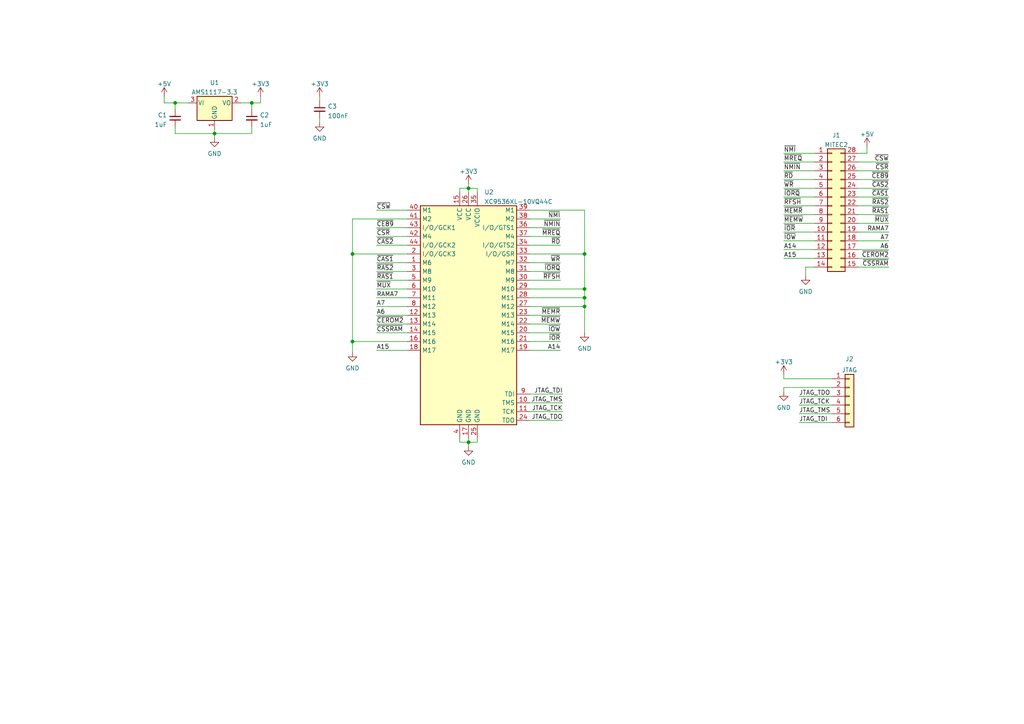
<source format=kicad_sch>
(kicad_sch (version 20211123) (generator eeschema)

  (uuid e63e39d7-6ac0-4ffd-8aa3-1841a4541b55)

  (paper "A4")

  (lib_symbols
    (symbol "Connector_Generic:Conn_01x06" (pin_names (offset 1.016) hide) (in_bom yes) (on_board yes)
      (property "Reference" "J" (id 0) (at 0 7.62 0)
        (effects (font (size 1.27 1.27)))
      )
      (property "Value" "Conn_01x06" (id 1) (at 0 -10.16 0)
        (effects (font (size 1.27 1.27)))
      )
      (property "Footprint" "" (id 2) (at 0 0 0)
        (effects (font (size 1.27 1.27)) hide)
      )
      (property "Datasheet" "~" (id 3) (at 0 0 0)
        (effects (font (size 1.27 1.27)) hide)
      )
      (property "ki_keywords" "connector" (id 4) (at 0 0 0)
        (effects (font (size 1.27 1.27)) hide)
      )
      (property "ki_description" "Generic connector, single row, 01x06, script generated (kicad-library-utils/schlib/autogen/connector/)" (id 5) (at 0 0 0)
        (effects (font (size 1.27 1.27)) hide)
      )
      (property "ki_fp_filters" "Connector*:*_1x??_*" (id 6) (at 0 0 0)
        (effects (font (size 1.27 1.27)) hide)
      )
      (symbol "Conn_01x06_1_1"
        (rectangle (start -1.27 -7.493) (end 0 -7.747)
          (stroke (width 0.1524) (type default) (color 0 0 0 0))
          (fill (type none))
        )
        (rectangle (start -1.27 -4.953) (end 0 -5.207)
          (stroke (width 0.1524) (type default) (color 0 0 0 0))
          (fill (type none))
        )
        (rectangle (start -1.27 -2.413) (end 0 -2.667)
          (stroke (width 0.1524) (type default) (color 0 0 0 0))
          (fill (type none))
        )
        (rectangle (start -1.27 0.127) (end 0 -0.127)
          (stroke (width 0.1524) (type default) (color 0 0 0 0))
          (fill (type none))
        )
        (rectangle (start -1.27 2.667) (end 0 2.413)
          (stroke (width 0.1524) (type default) (color 0 0 0 0))
          (fill (type none))
        )
        (rectangle (start -1.27 5.207) (end 0 4.953)
          (stroke (width 0.1524) (type default) (color 0 0 0 0))
          (fill (type none))
        )
        (rectangle (start -1.27 6.35) (end 1.27 -8.89)
          (stroke (width 0.254) (type default) (color 0 0 0 0))
          (fill (type background))
        )
        (pin passive line (at -5.08 5.08 0) (length 3.81)
          (name "Pin_1" (effects (font (size 1.27 1.27))))
          (number "1" (effects (font (size 1.27 1.27))))
        )
        (pin passive line (at -5.08 2.54 0) (length 3.81)
          (name "Pin_2" (effects (font (size 1.27 1.27))))
          (number "2" (effects (font (size 1.27 1.27))))
        )
        (pin passive line (at -5.08 0 0) (length 3.81)
          (name "Pin_3" (effects (font (size 1.27 1.27))))
          (number "3" (effects (font (size 1.27 1.27))))
        )
        (pin passive line (at -5.08 -2.54 0) (length 3.81)
          (name "Pin_4" (effects (font (size 1.27 1.27))))
          (number "4" (effects (font (size 1.27 1.27))))
        )
        (pin passive line (at -5.08 -5.08 0) (length 3.81)
          (name "Pin_5" (effects (font (size 1.27 1.27))))
          (number "5" (effects (font (size 1.27 1.27))))
        )
        (pin passive line (at -5.08 -7.62 0) (length 3.81)
          (name "Pin_6" (effects (font (size 1.27 1.27))))
          (number "6" (effects (font (size 1.27 1.27))))
        )
      )
    )
    (symbol "Connector_Generic:Conn_02x14_Counter_Clockwise" (pin_names (offset 1.016) hide) (in_bom yes) (on_board yes)
      (property "Reference" "J" (id 0) (at 1.27 17.78 0)
        (effects (font (size 1.27 1.27)))
      )
      (property "Value" "Conn_02x14_Counter_Clockwise" (id 1) (at 1.27 -20.32 0)
        (effects (font (size 1.27 1.27)))
      )
      (property "Footprint" "" (id 2) (at 0 0 0)
        (effects (font (size 1.27 1.27)) hide)
      )
      (property "Datasheet" "~" (id 3) (at 0 0 0)
        (effects (font (size 1.27 1.27)) hide)
      )
      (property "ki_keywords" "connector" (id 4) (at 0 0 0)
        (effects (font (size 1.27 1.27)) hide)
      )
      (property "ki_description" "Generic connector, double row, 02x14, counter clockwise pin numbering scheme (similar to DIP packge numbering), script generated (kicad-library-utils/schlib/autogen/connector/)" (id 5) (at 0 0 0)
        (effects (font (size 1.27 1.27)) hide)
      )
      (property "ki_fp_filters" "Connector*:*_2x??_*" (id 6) (at 0 0 0)
        (effects (font (size 1.27 1.27)) hide)
      )
      (symbol "Conn_02x14_Counter_Clockwise_1_1"
        (rectangle (start -1.27 -17.653) (end 0 -17.907)
          (stroke (width 0.1524) (type default) (color 0 0 0 0))
          (fill (type none))
        )
        (rectangle (start -1.27 -15.113) (end 0 -15.367)
          (stroke (width 0.1524) (type default) (color 0 0 0 0))
          (fill (type none))
        )
        (rectangle (start -1.27 -12.573) (end 0 -12.827)
          (stroke (width 0.1524) (type default) (color 0 0 0 0))
          (fill (type none))
        )
        (rectangle (start -1.27 -10.033) (end 0 -10.287)
          (stroke (width 0.1524) (type default) (color 0 0 0 0))
          (fill (type none))
        )
        (rectangle (start -1.27 -7.493) (end 0 -7.747)
          (stroke (width 0.1524) (type default) (color 0 0 0 0))
          (fill (type none))
        )
        (rectangle (start -1.27 -4.953) (end 0 -5.207)
          (stroke (width 0.1524) (type default) (color 0 0 0 0))
          (fill (type none))
        )
        (rectangle (start -1.27 -2.413) (end 0 -2.667)
          (stroke (width 0.1524) (type default) (color 0 0 0 0))
          (fill (type none))
        )
        (rectangle (start -1.27 0.127) (end 0 -0.127)
          (stroke (width 0.1524) (type default) (color 0 0 0 0))
          (fill (type none))
        )
        (rectangle (start -1.27 2.667) (end 0 2.413)
          (stroke (width 0.1524) (type default) (color 0 0 0 0))
          (fill (type none))
        )
        (rectangle (start -1.27 5.207) (end 0 4.953)
          (stroke (width 0.1524) (type default) (color 0 0 0 0))
          (fill (type none))
        )
        (rectangle (start -1.27 7.747) (end 0 7.493)
          (stroke (width 0.1524) (type default) (color 0 0 0 0))
          (fill (type none))
        )
        (rectangle (start -1.27 10.287) (end 0 10.033)
          (stroke (width 0.1524) (type default) (color 0 0 0 0))
          (fill (type none))
        )
        (rectangle (start -1.27 12.827) (end 0 12.573)
          (stroke (width 0.1524) (type default) (color 0 0 0 0))
          (fill (type none))
        )
        (rectangle (start -1.27 15.367) (end 0 15.113)
          (stroke (width 0.1524) (type default) (color 0 0 0 0))
          (fill (type none))
        )
        (rectangle (start -1.27 16.51) (end 3.81 -19.05)
          (stroke (width 0.254) (type default) (color 0 0 0 0))
          (fill (type background))
        )
        (rectangle (start 3.81 -17.653) (end 2.54 -17.907)
          (stroke (width 0.1524) (type default) (color 0 0 0 0))
          (fill (type none))
        )
        (rectangle (start 3.81 -15.113) (end 2.54 -15.367)
          (stroke (width 0.1524) (type default) (color 0 0 0 0))
          (fill (type none))
        )
        (rectangle (start 3.81 -12.573) (end 2.54 -12.827)
          (stroke (width 0.1524) (type default) (color 0 0 0 0))
          (fill (type none))
        )
        (rectangle (start 3.81 -10.033) (end 2.54 -10.287)
          (stroke (width 0.1524) (type default) (color 0 0 0 0))
          (fill (type none))
        )
        (rectangle (start 3.81 -7.493) (end 2.54 -7.747)
          (stroke (width 0.1524) (type default) (color 0 0 0 0))
          (fill (type none))
        )
        (rectangle (start 3.81 -4.953) (end 2.54 -5.207)
          (stroke (width 0.1524) (type default) (color 0 0 0 0))
          (fill (type none))
        )
        (rectangle (start 3.81 -2.413) (end 2.54 -2.667)
          (stroke (width 0.1524) (type default) (color 0 0 0 0))
          (fill (type none))
        )
        (rectangle (start 3.81 0.127) (end 2.54 -0.127)
          (stroke (width 0.1524) (type default) (color 0 0 0 0))
          (fill (type none))
        )
        (rectangle (start 3.81 2.667) (end 2.54 2.413)
          (stroke (width 0.1524) (type default) (color 0 0 0 0))
          (fill (type none))
        )
        (rectangle (start 3.81 5.207) (end 2.54 4.953)
          (stroke (width 0.1524) (type default) (color 0 0 0 0))
          (fill (type none))
        )
        (rectangle (start 3.81 7.747) (end 2.54 7.493)
          (stroke (width 0.1524) (type default) (color 0 0 0 0))
          (fill (type none))
        )
        (rectangle (start 3.81 10.287) (end 2.54 10.033)
          (stroke (width 0.1524) (type default) (color 0 0 0 0))
          (fill (type none))
        )
        (rectangle (start 3.81 12.827) (end 2.54 12.573)
          (stroke (width 0.1524) (type default) (color 0 0 0 0))
          (fill (type none))
        )
        (rectangle (start 3.81 15.367) (end 2.54 15.113)
          (stroke (width 0.1524) (type default) (color 0 0 0 0))
          (fill (type none))
        )
        (pin passive line (at -5.08 15.24 0) (length 3.81)
          (name "Pin_1" (effects (font (size 1.27 1.27))))
          (number "1" (effects (font (size 1.27 1.27))))
        )
        (pin passive line (at -5.08 -7.62 0) (length 3.81)
          (name "Pin_10" (effects (font (size 1.27 1.27))))
          (number "10" (effects (font (size 1.27 1.27))))
        )
        (pin passive line (at -5.08 -10.16 0) (length 3.81)
          (name "Pin_11" (effects (font (size 1.27 1.27))))
          (number "11" (effects (font (size 1.27 1.27))))
        )
        (pin passive line (at -5.08 -12.7 0) (length 3.81)
          (name "Pin_12" (effects (font (size 1.27 1.27))))
          (number "12" (effects (font (size 1.27 1.27))))
        )
        (pin passive line (at -5.08 -15.24 0) (length 3.81)
          (name "Pin_13" (effects (font (size 1.27 1.27))))
          (number "13" (effects (font (size 1.27 1.27))))
        )
        (pin passive line (at -5.08 -17.78 0) (length 3.81)
          (name "Pin_14" (effects (font (size 1.27 1.27))))
          (number "14" (effects (font (size 1.27 1.27))))
        )
        (pin passive line (at 7.62 -17.78 180) (length 3.81)
          (name "Pin_15" (effects (font (size 1.27 1.27))))
          (number "15" (effects (font (size 1.27 1.27))))
        )
        (pin passive line (at 7.62 -15.24 180) (length 3.81)
          (name "Pin_16" (effects (font (size 1.27 1.27))))
          (number "16" (effects (font (size 1.27 1.27))))
        )
        (pin passive line (at 7.62 -12.7 180) (length 3.81)
          (name "Pin_17" (effects (font (size 1.27 1.27))))
          (number "17" (effects (font (size 1.27 1.27))))
        )
        (pin passive line (at 7.62 -10.16 180) (length 3.81)
          (name "Pin_18" (effects (font (size 1.27 1.27))))
          (number "18" (effects (font (size 1.27 1.27))))
        )
        (pin passive line (at 7.62 -7.62 180) (length 3.81)
          (name "Pin_19" (effects (font (size 1.27 1.27))))
          (number "19" (effects (font (size 1.27 1.27))))
        )
        (pin passive line (at -5.08 12.7 0) (length 3.81)
          (name "Pin_2" (effects (font (size 1.27 1.27))))
          (number "2" (effects (font (size 1.27 1.27))))
        )
        (pin passive line (at 7.62 -5.08 180) (length 3.81)
          (name "Pin_20" (effects (font (size 1.27 1.27))))
          (number "20" (effects (font (size 1.27 1.27))))
        )
        (pin passive line (at 7.62 -2.54 180) (length 3.81)
          (name "Pin_21" (effects (font (size 1.27 1.27))))
          (number "21" (effects (font (size 1.27 1.27))))
        )
        (pin passive line (at 7.62 0 180) (length 3.81)
          (name "Pin_22" (effects (font (size 1.27 1.27))))
          (number "22" (effects (font (size 1.27 1.27))))
        )
        (pin passive line (at 7.62 2.54 180) (length 3.81)
          (name "Pin_23" (effects (font (size 1.27 1.27))))
          (number "23" (effects (font (size 1.27 1.27))))
        )
        (pin passive line (at 7.62 5.08 180) (length 3.81)
          (name "Pin_24" (effects (font (size 1.27 1.27))))
          (number "24" (effects (font (size 1.27 1.27))))
        )
        (pin passive line (at 7.62 7.62 180) (length 3.81)
          (name "Pin_25" (effects (font (size 1.27 1.27))))
          (number "25" (effects (font (size 1.27 1.27))))
        )
        (pin passive line (at 7.62 10.16 180) (length 3.81)
          (name "Pin_26" (effects (font (size 1.27 1.27))))
          (number "26" (effects (font (size 1.27 1.27))))
        )
        (pin passive line (at 7.62 12.7 180) (length 3.81)
          (name "Pin_27" (effects (font (size 1.27 1.27))))
          (number "27" (effects (font (size 1.27 1.27))))
        )
        (pin passive line (at 7.62 15.24 180) (length 3.81)
          (name "Pin_28" (effects (font (size 1.27 1.27))))
          (number "28" (effects (font (size 1.27 1.27))))
        )
        (pin passive line (at -5.08 10.16 0) (length 3.81)
          (name "Pin_3" (effects (font (size 1.27 1.27))))
          (number "3" (effects (font (size 1.27 1.27))))
        )
        (pin passive line (at -5.08 7.62 0) (length 3.81)
          (name "Pin_4" (effects (font (size 1.27 1.27))))
          (number "4" (effects (font (size 1.27 1.27))))
        )
        (pin passive line (at -5.08 5.08 0) (length 3.81)
          (name "Pin_5" (effects (font (size 1.27 1.27))))
          (number "5" (effects (font (size 1.27 1.27))))
        )
        (pin passive line (at -5.08 2.54 0) (length 3.81)
          (name "Pin_6" (effects (font (size 1.27 1.27))))
          (number "6" (effects (font (size 1.27 1.27))))
        )
        (pin passive line (at -5.08 0 0) (length 3.81)
          (name "Pin_7" (effects (font (size 1.27 1.27))))
          (number "7" (effects (font (size 1.27 1.27))))
        )
        (pin passive line (at -5.08 -2.54 0) (length 3.81)
          (name "Pin_8" (effects (font (size 1.27 1.27))))
          (number "8" (effects (font (size 1.27 1.27))))
        )
        (pin passive line (at -5.08 -5.08 0) (length 3.81)
          (name "Pin_9" (effects (font (size 1.27 1.27))))
          (number "9" (effects (font (size 1.27 1.27))))
        )
      )
    )
    (symbol "Device:C_Small" (pin_numbers hide) (pin_names (offset 0.254) hide) (in_bom yes) (on_board yes)
      (property "Reference" "C" (id 0) (at 0.254 1.778 0)
        (effects (font (size 1.27 1.27)) (justify left))
      )
      (property "Value" "C_Small" (id 1) (at 0.254 -2.032 0)
        (effects (font (size 1.27 1.27)) (justify left))
      )
      (property "Footprint" "" (id 2) (at 0 0 0)
        (effects (font (size 1.27 1.27)) hide)
      )
      (property "Datasheet" "~" (id 3) (at 0 0 0)
        (effects (font (size 1.27 1.27)) hide)
      )
      (property "ki_keywords" "capacitor cap" (id 4) (at 0 0 0)
        (effects (font (size 1.27 1.27)) hide)
      )
      (property "ki_description" "Unpolarized capacitor, small symbol" (id 5) (at 0 0 0)
        (effects (font (size 1.27 1.27)) hide)
      )
      (property "ki_fp_filters" "C_*" (id 6) (at 0 0 0)
        (effects (font (size 1.27 1.27)) hide)
      )
      (symbol "C_Small_0_1"
        (polyline
          (pts
            (xy -1.524 -0.508)
            (xy 1.524 -0.508)
          )
          (stroke (width 0.3302) (type default) (color 0 0 0 0))
          (fill (type none))
        )
        (polyline
          (pts
            (xy -1.524 0.508)
            (xy 1.524 0.508)
          )
          (stroke (width 0.3048) (type default) (color 0 0 0 0))
          (fill (type none))
        )
      )
      (symbol "C_Small_1_1"
        (pin passive line (at 0 2.54 270) (length 2.032)
          (name "~" (effects (font (size 1.27 1.27))))
          (number "1" (effects (font (size 1.27 1.27))))
        )
        (pin passive line (at 0 -2.54 90) (length 2.032)
          (name "~" (effects (font (size 1.27 1.27))))
          (number "2" (effects (font (size 1.27 1.27))))
        )
      )
    )
    (symbol "Regulator_Linear:AMS1117-3.3" (pin_names (offset 0.254)) (in_bom yes) (on_board yes)
      (property "Reference" "U" (id 0) (at -3.81 3.175 0)
        (effects (font (size 1.27 1.27)))
      )
      (property "Value" "AMS1117-3.3" (id 1) (at 0 3.175 0)
        (effects (font (size 1.27 1.27)) (justify left))
      )
      (property "Footprint" "Package_TO_SOT_SMD:SOT-223-3_TabPin2" (id 2) (at 0 5.08 0)
        (effects (font (size 1.27 1.27)) hide)
      )
      (property "Datasheet" "http://www.advanced-monolithic.com/pdf/ds1117.pdf" (id 3) (at 2.54 -6.35 0)
        (effects (font (size 1.27 1.27)) hide)
      )
      (property "ki_keywords" "linear regulator ldo fixed positive" (id 4) (at 0 0 0)
        (effects (font (size 1.27 1.27)) hide)
      )
      (property "ki_description" "1A Low Dropout regulator, positive, 3.3V fixed output, SOT-223" (id 5) (at 0 0 0)
        (effects (font (size 1.27 1.27)) hide)
      )
      (property "ki_fp_filters" "SOT?223*TabPin2*" (id 6) (at 0 0 0)
        (effects (font (size 1.27 1.27)) hide)
      )
      (symbol "AMS1117-3.3_0_1"
        (rectangle (start -5.08 -5.08) (end 5.08 1.905)
          (stroke (width 0.254) (type default) (color 0 0 0 0))
          (fill (type background))
        )
      )
      (symbol "AMS1117-3.3_1_1"
        (pin power_in line (at 0 -7.62 90) (length 2.54)
          (name "GND" (effects (font (size 1.27 1.27))))
          (number "1" (effects (font (size 1.27 1.27))))
        )
        (pin power_out line (at 7.62 0 180) (length 2.54)
          (name "VO" (effects (font (size 1.27 1.27))))
          (number "2" (effects (font (size 1.27 1.27))))
        )
        (pin power_in line (at -7.62 0 0) (length 2.54)
          (name "VI" (effects (font (size 1.27 1.27))))
          (number "3" (effects (font (size 1.27 1.27))))
        )
      )
    )
    (symbol "Silvestron Components:XC9536XL-10VQ44C" (in_bom yes) (on_board yes)
      (property "Reference" "U2" (id 0) (at 4.5594 35.7165 0)
        (effects (font (size 1.27 1.27)) (justify left))
      )
      (property "Value" "XC9536XL-10VQ44C" (id 1) (at 4.5594 32.9414 0)
        (effects (font (size 1.27 1.27)) (justify left))
      )
      (property "Footprint" "Package_QFP:TQFP-44_10x10mm_P0.8mm" (id 2) (at 0 0 0)
        (effects (font (size 1.27 1.27)) hide)
      )
      (property "Datasheet" "xilinx/xc9536.pdf" (id 3) (at 0 0 0)
        (effects (font (size 1.27 1.27)) hide)
      )
      (property "ki_description" "Xilinx CPLD, Obsolete" (id 4) (at 0 0 0)
        (effects (font (size 1.27 1.27)) hide)
      )
      (symbol "XC9536XL-10VQ44C_1_1"
        (rectangle (start -13.97 31.75) (end 13.97 -31.75)
          (stroke (width 0.254) (type default) (color 0 0 0 0))
          (fill (type background))
        )
        (pin bidirectional line (at -17.78 15.24 0) (length 3.81)
          (name "M6" (effects (font (size 1.27 1.27))))
          (number "1" (effects (font (size 1.27 1.27))))
        )
        (pin input line (at 17.78 -25.4 180) (length 3.81)
          (name "TMS" (effects (font (size 1.27 1.27))))
          (number "10" (effects (font (size 1.27 1.27))))
        )
        (pin input line (at 17.78 -27.94 180) (length 3.81)
          (name "TCK" (effects (font (size 1.27 1.27))))
          (number "11" (effects (font (size 1.27 1.27))))
        )
        (pin bidirectional line (at -17.78 0 0) (length 3.81)
          (name "M13" (effects (font (size 1.27 1.27))))
          (number "12" (effects (font (size 1.27 1.27))))
        )
        (pin bidirectional line (at -17.78 -2.54 0) (length 3.81)
          (name "M14" (effects (font (size 1.27 1.27))))
          (number "13" (effects (font (size 1.27 1.27))))
        )
        (pin bidirectional line (at -17.78 -5.08 0) (length 3.81)
          (name "M15" (effects (font (size 1.27 1.27))))
          (number "14" (effects (font (size 1.27 1.27))))
        )
        (pin power_in line (at -2.54 35.56 270) (length 3.81)
          (name "VCC" (effects (font (size 1.27 1.27))))
          (number "15" (effects (font (size 1.27 1.27))))
        )
        (pin bidirectional line (at -17.78 -7.62 0) (length 3.81)
          (name "M16" (effects (font (size 1.27 1.27))))
          (number "16" (effects (font (size 1.27 1.27))))
        )
        (pin power_in line (at 0 -35.56 90) (length 3.81)
          (name "GND" (effects (font (size 1.27 1.27))))
          (number "17" (effects (font (size 1.27 1.27))))
        )
        (pin bidirectional line (at -17.78 -10.16 0) (length 3.81)
          (name "M17" (effects (font (size 1.27 1.27))))
          (number "18" (effects (font (size 1.27 1.27))))
        )
        (pin bidirectional line (at 17.78 -10.16 180) (length 3.81)
          (name "M17" (effects (font (size 1.27 1.27))))
          (number "19" (effects (font (size 1.27 1.27))))
        )
        (pin bidirectional line (at -17.78 17.78 0) (length 3.81)
          (name "I/O/GCK3" (effects (font (size 1.27 1.27))))
          (number "2" (effects (font (size 1.27 1.27))))
        )
        (pin bidirectional line (at 17.78 -5.08 180) (length 3.81)
          (name "M15" (effects (font (size 1.27 1.27))))
          (number "20" (effects (font (size 1.27 1.27))))
        )
        (pin bidirectional line (at 17.78 -7.62 180) (length 3.81)
          (name "M16" (effects (font (size 1.27 1.27))))
          (number "21" (effects (font (size 1.27 1.27))))
        )
        (pin bidirectional line (at 17.78 -2.54 180) (length 3.81)
          (name "M14" (effects (font (size 1.27 1.27))))
          (number "22" (effects (font (size 1.27 1.27))))
        )
        (pin bidirectional line (at 17.78 0 180) (length 3.81)
          (name "M13" (effects (font (size 1.27 1.27))))
          (number "23" (effects (font (size 1.27 1.27))))
        )
        (pin output line (at 17.78 -30.48 180) (length 3.81)
          (name "TDO" (effects (font (size 1.27 1.27))))
          (number "24" (effects (font (size 1.27 1.27))))
        )
        (pin power_in line (at 2.54 -35.56 90) (length 3.81)
          (name "GND" (effects (font (size 1.27 1.27))))
          (number "25" (effects (font (size 1.27 1.27))))
        )
        (pin power_in line (at 0 35.56 270) (length 3.81)
          (name "VCC" (effects (font (size 1.27 1.27))))
          (number "26" (effects (font (size 1.27 1.27))))
        )
        (pin bidirectional line (at 17.78 2.54 180) (length 3.81)
          (name "M12" (effects (font (size 1.27 1.27))))
          (number "27" (effects (font (size 1.27 1.27))))
        )
        (pin bidirectional line (at 17.78 5.08 180) (length 3.81)
          (name "M11" (effects (font (size 1.27 1.27))))
          (number "28" (effects (font (size 1.27 1.27))))
        )
        (pin bidirectional line (at 17.78 7.62 180) (length 3.81)
          (name "M10" (effects (font (size 1.27 1.27))))
          (number "29" (effects (font (size 1.27 1.27))))
        )
        (pin bidirectional line (at -17.78 12.7 0) (length 3.81)
          (name "M8" (effects (font (size 1.27 1.27))))
          (number "3" (effects (font (size 1.27 1.27))))
        )
        (pin bidirectional line (at 17.78 10.16 180) (length 3.81)
          (name "M9" (effects (font (size 1.27 1.27))))
          (number "30" (effects (font (size 1.27 1.27))))
        )
        (pin bidirectional line (at 17.78 12.7 180) (length 3.81)
          (name "M8" (effects (font (size 1.27 1.27))))
          (number "31" (effects (font (size 1.27 1.27))))
        )
        (pin bidirectional line (at 17.78 15.24 180) (length 3.81)
          (name "M7" (effects (font (size 1.27 1.27))))
          (number "32" (effects (font (size 1.27 1.27))))
        )
        (pin bidirectional line (at 17.78 17.78 180) (length 3.81)
          (name "I/O/GSR" (effects (font (size 1.27 1.27))))
          (number "33" (effects (font (size 1.27 1.27))))
        )
        (pin bidirectional line (at 17.78 20.32 180) (length 3.81)
          (name "I/O/GTS2" (effects (font (size 1.27 1.27))))
          (number "34" (effects (font (size 1.27 1.27))))
        )
        (pin power_in line (at 2.54 35.56 270) (length 3.81)
          (name "VCCIO" (effects (font (size 1.27 1.27))))
          (number "35" (effects (font (size 1.27 1.27))))
        )
        (pin bidirectional line (at 17.78 25.4 180) (length 3.81)
          (name "I/O/GTS1" (effects (font (size 1.27 1.27))))
          (number "36" (effects (font (size 1.27 1.27))))
        )
        (pin bidirectional line (at 17.78 22.86 180) (length 3.81)
          (name "M4" (effects (font (size 1.27 1.27))))
          (number "37" (effects (font (size 1.27 1.27))))
        )
        (pin bidirectional line (at 17.78 27.94 180) (length 3.81)
          (name "M2" (effects (font (size 1.27 1.27))))
          (number "38" (effects (font (size 1.27 1.27))))
        )
        (pin bidirectional line (at 17.78 30.48 180) (length 3.81)
          (name "M1" (effects (font (size 1.27 1.27))))
          (number "39" (effects (font (size 1.27 1.27))))
        )
        (pin power_in line (at -2.54 -35.56 90) (length 3.81)
          (name "GND" (effects (font (size 1.27 1.27))))
          (number "4" (effects (font (size 1.27 1.27))))
        )
        (pin bidirectional line (at -17.78 30.48 0) (length 3.81)
          (name "M1" (effects (font (size 1.27 1.27))))
          (number "40" (effects (font (size 1.27 1.27))))
        )
        (pin bidirectional line (at -17.78 27.94 0) (length 3.81)
          (name "M2" (effects (font (size 1.27 1.27))))
          (number "41" (effects (font (size 1.27 1.27))))
        )
        (pin bidirectional line (at -17.78 22.86 0) (length 3.81)
          (name "M4" (effects (font (size 1.27 1.27))))
          (number "42" (effects (font (size 1.27 1.27))))
        )
        (pin bidirectional line (at -17.78 25.4 0) (length 3.81)
          (name "I/O/GCK1" (effects (font (size 1.27 1.27))))
          (number "43" (effects (font (size 1.27 1.27))))
        )
        (pin bidirectional line (at -17.78 20.32 0) (length 3.81)
          (name "I/O/GCK2" (effects (font (size 1.27 1.27))))
          (number "44" (effects (font (size 1.27 1.27))))
        )
        (pin bidirectional line (at -17.78 10.16 0) (length 3.81)
          (name "M9" (effects (font (size 1.27 1.27))))
          (number "5" (effects (font (size 1.27 1.27))))
        )
        (pin bidirectional line (at -17.78 7.62 0) (length 3.81)
          (name "M10" (effects (font (size 1.27 1.27))))
          (number "6" (effects (font (size 1.27 1.27))))
        )
        (pin bidirectional line (at -17.78 5.08 0) (length 3.81)
          (name "M11" (effects (font (size 1.27 1.27))))
          (number "7" (effects (font (size 1.27 1.27))))
        )
        (pin bidirectional line (at -17.78 2.54 0) (length 3.81)
          (name "M12" (effects (font (size 1.27 1.27))))
          (number "8" (effects (font (size 1.27 1.27))))
        )
        (pin input line (at 17.78 -22.86 180) (length 3.81)
          (name "TDI" (effects (font (size 1.27 1.27))))
          (number "9" (effects (font (size 1.27 1.27))))
        )
      )
    )
    (symbol "power:+3.3V" (power) (pin_names (offset 0)) (in_bom yes) (on_board yes)
      (property "Reference" "#PWR" (id 0) (at 0 -3.81 0)
        (effects (font (size 1.27 1.27)) hide)
      )
      (property "Value" "+3.3V" (id 1) (at 0 3.556 0)
        (effects (font (size 1.27 1.27)))
      )
      (property "Footprint" "" (id 2) (at 0 0 0)
        (effects (font (size 1.27 1.27)) hide)
      )
      (property "Datasheet" "" (id 3) (at 0 0 0)
        (effects (font (size 1.27 1.27)) hide)
      )
      (property "ki_keywords" "power-flag" (id 4) (at 0 0 0)
        (effects (font (size 1.27 1.27)) hide)
      )
      (property "ki_description" "Power symbol creates a global label with name \"+3.3V\"" (id 5) (at 0 0 0)
        (effects (font (size 1.27 1.27)) hide)
      )
      (symbol "+3.3V_0_1"
        (polyline
          (pts
            (xy -0.762 1.27)
            (xy 0 2.54)
          )
          (stroke (width 0) (type default) (color 0 0 0 0))
          (fill (type none))
        )
        (polyline
          (pts
            (xy 0 0)
            (xy 0 2.54)
          )
          (stroke (width 0) (type default) (color 0 0 0 0))
          (fill (type none))
        )
        (polyline
          (pts
            (xy 0 2.54)
            (xy 0.762 1.27)
          )
          (stroke (width 0) (type default) (color 0 0 0 0))
          (fill (type none))
        )
      )
      (symbol "+3.3V_1_1"
        (pin power_in line (at 0 0 90) (length 0) hide
          (name "+3V3" (effects (font (size 1.27 1.27))))
          (number "1" (effects (font (size 1.27 1.27))))
        )
      )
    )
    (symbol "power:+5V" (power) (pin_names (offset 0)) (in_bom yes) (on_board yes)
      (property "Reference" "#PWR" (id 0) (at 0 -3.81 0)
        (effects (font (size 1.27 1.27)) hide)
      )
      (property "Value" "+5V" (id 1) (at 0 3.556 0)
        (effects (font (size 1.27 1.27)))
      )
      (property "Footprint" "" (id 2) (at 0 0 0)
        (effects (font (size 1.27 1.27)) hide)
      )
      (property "Datasheet" "" (id 3) (at 0 0 0)
        (effects (font (size 1.27 1.27)) hide)
      )
      (property "ki_keywords" "power-flag" (id 4) (at 0 0 0)
        (effects (font (size 1.27 1.27)) hide)
      )
      (property "ki_description" "Power symbol creates a global label with name \"+5V\"" (id 5) (at 0 0 0)
        (effects (font (size 1.27 1.27)) hide)
      )
      (symbol "+5V_0_1"
        (polyline
          (pts
            (xy -0.762 1.27)
            (xy 0 2.54)
          )
          (stroke (width 0) (type default) (color 0 0 0 0))
          (fill (type none))
        )
        (polyline
          (pts
            (xy 0 0)
            (xy 0 2.54)
          )
          (stroke (width 0) (type default) (color 0 0 0 0))
          (fill (type none))
        )
        (polyline
          (pts
            (xy 0 2.54)
            (xy 0.762 1.27)
          )
          (stroke (width 0) (type default) (color 0 0 0 0))
          (fill (type none))
        )
      )
      (symbol "+5V_1_1"
        (pin power_in line (at 0 0 90) (length 0) hide
          (name "+5V" (effects (font (size 1.27 1.27))))
          (number "1" (effects (font (size 1.27 1.27))))
        )
      )
    )
    (symbol "power:GND" (power) (pin_names (offset 0)) (in_bom yes) (on_board yes)
      (property "Reference" "#PWR" (id 0) (at 0 -6.35 0)
        (effects (font (size 1.27 1.27)) hide)
      )
      (property "Value" "GND" (id 1) (at 0 -3.81 0)
        (effects (font (size 1.27 1.27)))
      )
      (property "Footprint" "" (id 2) (at 0 0 0)
        (effects (font (size 1.27 1.27)) hide)
      )
      (property "Datasheet" "" (id 3) (at 0 0 0)
        (effects (font (size 1.27 1.27)) hide)
      )
      (property "ki_keywords" "power-flag" (id 4) (at 0 0 0)
        (effects (font (size 1.27 1.27)) hide)
      )
      (property "ki_description" "Power symbol creates a global label with name \"GND\" , ground" (id 5) (at 0 0 0)
        (effects (font (size 1.27 1.27)) hide)
      )
      (symbol "GND_0_1"
        (polyline
          (pts
            (xy 0 0)
            (xy 0 -1.27)
            (xy 1.27 -1.27)
            (xy 0 -2.54)
            (xy -1.27 -1.27)
            (xy 0 -1.27)
          )
          (stroke (width 0) (type default) (color 0 0 0 0))
          (fill (type none))
        )
      )
      (symbol "GND_1_1"
        (pin power_in line (at 0 0 270) (length 0) hide
          (name "GND" (effects (font (size 1.27 1.27))))
          (number "1" (effects (font (size 1.27 1.27))))
        )
      )
    )
  )

  (junction (at 169.545 88.9) (diameter 0) (color 0 0 0 0)
    (uuid 0beaff29-667a-4ee4-b974-e825d2aa7356)
  )
  (junction (at 135.89 54.61) (diameter 0) (color 0 0 0 0)
    (uuid 1a647ad9-28ec-45e4-aa43-e6489d63ecdd)
  )
  (junction (at 169.545 86.36) (diameter 0) (color 0 0 0 0)
    (uuid 37a77a38-90dd-44a3-996d-d61281392ebb)
  )
  (junction (at 102.235 73.66) (diameter 0) (color 0 0 0 0)
    (uuid 521b78b5-30df-4fc5-84a9-6c66ff88304a)
  )
  (junction (at 169.545 73.66) (diameter 0) (color 0 0 0 0)
    (uuid 614cd444-a856-41db-a6fe-578f21a9190a)
  )
  (junction (at 62.23 38.735) (diameter 0) (color 0 0 0 0)
    (uuid 61e3d265-a72a-498d-b5b1-cf16ab8f6e3e)
  )
  (junction (at 169.545 83.82) (diameter 0) (color 0 0 0 0)
    (uuid 628b090f-1633-47bb-9b19-8e44a4191b6b)
  )
  (junction (at 50.8 29.845) (diameter 0) (color 0 0 0 0)
    (uuid aba81bc0-17b0-4a1d-897b-764c76b34ca8)
  )
  (junction (at 135.89 128.27) (diameter 0) (color 0 0 0 0)
    (uuid bc8149ac-8f37-48be-bf01-c9067e042413)
  )
  (junction (at 73.025 29.845) (diameter 0) (color 0 0 0 0)
    (uuid d6b925be-2b48-4dd5-a576-30a09a594cb8)
  )
  (junction (at 102.235 99.06) (diameter 0) (color 0 0 0 0)
    (uuid ee5ed98a-9f1c-4318-9144-6bb54abf08c0)
  )

  (wire (pts (xy 109.22 96.52) (xy 118.11 96.52))
    (stroke (width 0) (type default) (color 0 0 0 0))
    (uuid 0000d647-6407-453c-b45d-c28049d1a635)
  )
  (wire (pts (xy 227.33 113.665) (xy 227.33 112.395))
    (stroke (width 0) (type default) (color 0 0 0 0))
    (uuid 006cadb8-7bfa-45fb-aa37-6ac68aa183bb)
  )
  (wire (pts (xy 118.11 81.28) (xy 109.22 81.28))
    (stroke (width 0) (type default) (color 0 0 0 0))
    (uuid 022141f8-8d34-42da-90a3-0e645e6a450a)
  )
  (wire (pts (xy 248.92 69.85) (xy 257.81 69.85))
    (stroke (width 0) (type default) (color 0 0 0 0))
    (uuid 0225db91-a163-4a58-be52-eeb95876d0a2)
  )
  (wire (pts (xy 153.67 86.36) (xy 169.545 86.36))
    (stroke (width 0) (type default) (color 0 0 0 0))
    (uuid 02c32294-54da-45fb-b979-fc83e52475af)
  )
  (wire (pts (xy 153.67 60.96) (xy 169.545 60.96))
    (stroke (width 0) (type default) (color 0 0 0 0))
    (uuid 07030f91-3374-4871-b526-4680a1f088d7)
  )
  (wire (pts (xy 102.235 99.06) (xy 102.235 102.235))
    (stroke (width 0) (type default) (color 0 0 0 0))
    (uuid 076569ea-4a8e-43c5-b817-d2972b82f275)
  )
  (wire (pts (xy 153.67 93.98) (xy 162.56 93.98))
    (stroke (width 0) (type default) (color 0 0 0 0))
    (uuid 08579047-0bc7-4ca1-bb6f-848ab887b040)
  )
  (wire (pts (xy 50.8 36.83) (xy 50.8 38.735))
    (stroke (width 0) (type default) (color 0 0 0 0))
    (uuid 0a5f31bf-3e18-44bb-8901-66d47f0460c9)
  )
  (wire (pts (xy 153.67 66.04) (xy 162.56 66.04))
    (stroke (width 0) (type default) (color 0 0 0 0))
    (uuid 0bfd93fe-9500-4acd-80a7-b647ac07a905)
  )
  (wire (pts (xy 227.33 44.45) (xy 236.22 44.45))
    (stroke (width 0) (type default) (color 0 0 0 0))
    (uuid 0f90f760-cde2-4a32-853a-c1b7b1d65200)
  )
  (wire (pts (xy 227.33 46.99) (xy 236.22 46.99))
    (stroke (width 0) (type default) (color 0 0 0 0))
    (uuid 12d16f2e-d401-459a-96df-58d8fff6a88b)
  )
  (wire (pts (xy 133.35 128.27) (xy 135.89 128.27))
    (stroke (width 0) (type default) (color 0 0 0 0))
    (uuid 2007f0e5-c162-4cc1-bae7-bdd871cde3d2)
  )
  (wire (pts (xy 163.195 114.3) (xy 153.67 114.3))
    (stroke (width 0) (type default) (color 0 0 0 0))
    (uuid 232af1b3-ff2a-43e0-9cf8-530110f85cd2)
  )
  (wire (pts (xy 248.92 44.45) (xy 251.46 44.45))
    (stroke (width 0) (type default) (color 0 0 0 0))
    (uuid 250f72d2-1dab-46ec-a897-32bf8e176a02)
  )
  (wire (pts (xy 169.545 83.82) (xy 169.545 86.36))
    (stroke (width 0) (type default) (color 0 0 0 0))
    (uuid 295114ea-f31f-421f-824d-b579c1931f61)
  )
  (wire (pts (xy 47.625 29.845) (xy 47.625 27.94))
    (stroke (width 0) (type default) (color 0 0 0 0))
    (uuid 2a242e08-6e95-4316-89da-e716bdbabfd7)
  )
  (wire (pts (xy 153.67 83.82) (xy 169.545 83.82))
    (stroke (width 0) (type default) (color 0 0 0 0))
    (uuid 2ac4c16d-3905-4fa7-87c7-e6f2463172cc)
  )
  (wire (pts (xy 233.68 77.47) (xy 233.68 80.01))
    (stroke (width 0) (type default) (color 0 0 0 0))
    (uuid 2f33a6f6-1d0d-4196-9cfa-aaa530f033cd)
  )
  (wire (pts (xy 231.775 122.555) (xy 241.3 122.555))
    (stroke (width 0) (type default) (color 0 0 0 0))
    (uuid 30afac68-8f11-4dd7-80da-698047c689a0)
  )
  (wire (pts (xy 50.8 29.845) (xy 54.61 29.845))
    (stroke (width 0) (type default) (color 0 0 0 0))
    (uuid 31035e37-b348-4994-8c88-b20d070d4fb1)
  )
  (wire (pts (xy 227.33 112.395) (xy 241.3 112.395))
    (stroke (width 0) (type default) (color 0 0 0 0))
    (uuid 34ae6e23-0367-4744-9387-699ac5d461f3)
  )
  (wire (pts (xy 50.8 31.75) (xy 50.8 29.845))
    (stroke (width 0) (type default) (color 0 0 0 0))
    (uuid 35c78346-d6ee-4c4d-81d4-33394c9398a8)
  )
  (wire (pts (xy 118.11 66.04) (xy 109.22 66.04))
    (stroke (width 0) (type default) (color 0 0 0 0))
    (uuid 3880c440-f073-47d9-bdbd-d895cd432479)
  )
  (wire (pts (xy 133.35 127) (xy 133.35 128.27))
    (stroke (width 0) (type default) (color 0 0 0 0))
    (uuid 3ccfff37-7bcc-4291-8680-e2f28a603b99)
  )
  (wire (pts (xy 109.22 60.96) (xy 118.11 60.96))
    (stroke (width 0) (type default) (color 0 0 0 0))
    (uuid 3ce65647-36ff-4119-884f-9c25f7f9638c)
  )
  (wire (pts (xy 248.92 59.69) (xy 257.81 59.69))
    (stroke (width 0) (type default) (color 0 0 0 0))
    (uuid 400807b8-0398-452a-82c7-312641a0f176)
  )
  (wire (pts (xy 248.92 62.23) (xy 257.81 62.23))
    (stroke (width 0) (type default) (color 0 0 0 0))
    (uuid 447c558c-911d-4b79-8e08-76b245b4917a)
  )
  (wire (pts (xy 138.43 54.61) (xy 138.43 55.88))
    (stroke (width 0) (type default) (color 0 0 0 0))
    (uuid 463401e5-60ed-40ac-b324-4ff899988b39)
  )
  (wire (pts (xy 102.235 63.5) (xy 102.235 73.66))
    (stroke (width 0) (type default) (color 0 0 0 0))
    (uuid 506935ce-3cf5-4bbe-9862-945138167a92)
  )
  (wire (pts (xy 169.545 73.66) (xy 169.545 83.82))
    (stroke (width 0) (type default) (color 0 0 0 0))
    (uuid 52ffac1d-5f85-42e6-bef8-f166e0cabb31)
  )
  (wire (pts (xy 248.92 54.61) (xy 257.81 54.61))
    (stroke (width 0) (type default) (color 0 0 0 0))
    (uuid 55da631e-d25e-4f3c-8d07-718507613995)
  )
  (wire (pts (xy 62.23 37.465) (xy 62.23 38.735))
    (stroke (width 0) (type default) (color 0 0 0 0))
    (uuid 5d7354d9-3ffb-4a37-96b5-611ad14af457)
  )
  (wire (pts (xy 227.33 52.07) (xy 236.22 52.07))
    (stroke (width 0) (type default) (color 0 0 0 0))
    (uuid 5e5fdf0a-db16-4b6f-8b35-8d93ab210018)
  )
  (wire (pts (xy 162.56 81.28) (xy 153.67 81.28))
    (stroke (width 0) (type default) (color 0 0 0 0))
    (uuid 5e7facf7-bc1f-4178-816b-ecaeff44b37e)
  )
  (wire (pts (xy 236.22 77.47) (xy 233.68 77.47))
    (stroke (width 0) (type default) (color 0 0 0 0))
    (uuid 62e72282-f6aa-481e-917c-4a1612beca0d)
  )
  (wire (pts (xy 73.025 38.735) (xy 73.025 36.83))
    (stroke (width 0) (type default) (color 0 0 0 0))
    (uuid 653ebd40-ed14-4d4a-9719-c3fabfdefdfa)
  )
  (wire (pts (xy 162.56 91.44) (xy 153.67 91.44))
    (stroke (width 0) (type default) (color 0 0 0 0))
    (uuid 66e7e1e4-b0c8-47b3-a4fc-70e0258cd371)
  )
  (wire (pts (xy 73.025 29.845) (xy 75.565 29.845))
    (stroke (width 0) (type default) (color 0 0 0 0))
    (uuid 66f7fef5-6828-4b46-a247-bf2fa0ebb5cf)
  )
  (wire (pts (xy 162.56 96.52) (xy 153.67 96.52))
    (stroke (width 0) (type default) (color 0 0 0 0))
    (uuid 69ebe4db-cee9-4eb6-a2d3-44ea980f33e0)
  )
  (wire (pts (xy 135.89 128.27) (xy 135.89 129.54))
    (stroke (width 0) (type default) (color 0 0 0 0))
    (uuid 6a1373ce-4a9c-4138-aad9-5bfb7aa3dfdc)
  )
  (wire (pts (xy 169.545 73.66) (xy 153.67 73.66))
    (stroke (width 0) (type default) (color 0 0 0 0))
    (uuid 6c84dcc0-6665-470e-98b5-e8285bc180b9)
  )
  (wire (pts (xy 248.92 77.47) (xy 257.81 77.47))
    (stroke (width 0) (type default) (color 0 0 0 0))
    (uuid 6e6dc630-0021-493c-9717-1bafdb6d2495)
  )
  (wire (pts (xy 135.89 54.61) (xy 135.89 55.88))
    (stroke (width 0) (type default) (color 0 0 0 0))
    (uuid 6f7c0a3e-fbad-4a66-9750-e83ac7a64785)
  )
  (wire (pts (xy 163.195 121.92) (xy 153.67 121.92))
    (stroke (width 0) (type default) (color 0 0 0 0))
    (uuid 6ff25e28-6290-4c29-a474-b6a86c1058fa)
  )
  (wire (pts (xy 50.8 29.845) (xy 47.625 29.845))
    (stroke (width 0) (type default) (color 0 0 0 0))
    (uuid 74f30866-0d52-4558-88d9-da85c982a4ac)
  )
  (wire (pts (xy 248.92 74.93) (xy 257.81 74.93))
    (stroke (width 0) (type default) (color 0 0 0 0))
    (uuid 75fd788e-4019-4a8b-8c6e-bbd9bbed7d42)
  )
  (wire (pts (xy 227.33 64.77) (xy 236.22 64.77))
    (stroke (width 0) (type default) (color 0 0 0 0))
    (uuid 768fa3db-f38b-4885-9ea9-6a868b2a08a7)
  )
  (wire (pts (xy 109.22 101.6) (xy 118.11 101.6))
    (stroke (width 0) (type default) (color 0 0 0 0))
    (uuid 7764d588-90b7-4e22-a3e5-4da83a32d864)
  )
  (wire (pts (xy 248.92 57.15) (xy 257.81 57.15))
    (stroke (width 0) (type default) (color 0 0 0 0))
    (uuid 778c4b20-4294-4371-b30d-24b05080ef4c)
  )
  (wire (pts (xy 231.775 114.935) (xy 241.3 114.935))
    (stroke (width 0) (type default) (color 0 0 0 0))
    (uuid 7e0ec61e-0a2f-41c6-9535-347b5902df41)
  )
  (wire (pts (xy 135.89 53.34) (xy 135.89 54.61))
    (stroke (width 0) (type default) (color 0 0 0 0))
    (uuid 7e2b732b-9548-4f88-a4a9-420d273196e7)
  )
  (wire (pts (xy 248.92 64.77) (xy 257.81 64.77))
    (stroke (width 0) (type default) (color 0 0 0 0))
    (uuid 8429cba8-519f-40a9-8cd5-cac7da4ba07e)
  )
  (wire (pts (xy 133.35 54.61) (xy 135.89 54.61))
    (stroke (width 0) (type default) (color 0 0 0 0))
    (uuid 879de042-ccfc-444f-b5d1-dd4e10ea8170)
  )
  (wire (pts (xy 109.22 91.44) (xy 118.11 91.44))
    (stroke (width 0) (type default) (color 0 0 0 0))
    (uuid 881ee8f6-8fda-4684-9495-cf6dd9b072c6)
  )
  (wire (pts (xy 162.56 76.2) (xy 153.67 76.2))
    (stroke (width 0) (type default) (color 0 0 0 0))
    (uuid 89a86cfa-8f96-44ae-bb7d-93f5f11d3c7f)
  )
  (wire (pts (xy 102.235 73.66) (xy 102.235 99.06))
    (stroke (width 0) (type default) (color 0 0 0 0))
    (uuid 8a51ec91-e2ee-4114-ad0f-1fb4ff0fa823)
  )
  (wire (pts (xy 138.43 128.27) (xy 138.43 127))
    (stroke (width 0) (type default) (color 0 0 0 0))
    (uuid 8aad8fea-b595-4918-89b1-af928d494dfb)
  )
  (wire (pts (xy 153.67 63.5) (xy 162.56 63.5))
    (stroke (width 0) (type default) (color 0 0 0 0))
    (uuid 8bb498a4-4d1d-4535-929d-3354e1ed1ba0)
  )
  (wire (pts (xy 50.8 38.735) (xy 62.23 38.735))
    (stroke (width 0) (type default) (color 0 0 0 0))
    (uuid 8c0710b1-aa2d-46ac-8f98-e53564bf3f0c)
  )
  (wire (pts (xy 153.67 88.9) (xy 169.545 88.9))
    (stroke (width 0) (type default) (color 0 0 0 0))
    (uuid 8c857e58-49d9-4dfd-a99d-e9e558bdeb7b)
  )
  (wire (pts (xy 92.71 27.94) (xy 92.71 29.21))
    (stroke (width 0) (type default) (color 0 0 0 0))
    (uuid 8d0571bd-b334-4f2b-ade9-d31970290bb8)
  )
  (wire (pts (xy 102.235 73.66) (xy 118.11 73.66))
    (stroke (width 0) (type default) (color 0 0 0 0))
    (uuid 972ce374-ddbf-4a74-bf04-f08ffb5ea531)
  )
  (wire (pts (xy 135.89 127) (xy 135.89 128.27))
    (stroke (width 0) (type default) (color 0 0 0 0))
    (uuid 98986acf-1861-4dc1-a475-769129d265aa)
  )
  (wire (pts (xy 241.3 109.855) (xy 227.33 109.855))
    (stroke (width 0) (type default) (color 0 0 0 0))
    (uuid a32ceeb6-145d-4a0c-8d5b-b9c965eefec7)
  )
  (wire (pts (xy 62.23 38.735) (xy 73.025 38.735))
    (stroke (width 0) (type default) (color 0 0 0 0))
    (uuid a400b896-405a-4af4-81f9-f1c211bf1bd0)
  )
  (wire (pts (xy 162.56 101.6) (xy 153.67 101.6))
    (stroke (width 0) (type default) (color 0 0 0 0))
    (uuid a51ab138-25d9-40b4-a0c6-3d0114516b9d)
  )
  (wire (pts (xy 75.565 27.94) (xy 75.565 29.845))
    (stroke (width 0) (type default) (color 0 0 0 0))
    (uuid a61efad3-ad2b-4680-869c-ae0b43f0a152)
  )
  (wire (pts (xy 227.33 69.85) (xy 236.22 69.85))
    (stroke (width 0) (type default) (color 0 0 0 0))
    (uuid a6c79727-42f1-4f11-857c-2d844ff365f4)
  )
  (wire (pts (xy 169.545 86.36) (xy 169.545 88.9))
    (stroke (width 0) (type default) (color 0 0 0 0))
    (uuid a72f2ca5-73e3-4113-9300-f137244bc39e)
  )
  (wire (pts (xy 227.33 62.23) (xy 236.22 62.23))
    (stroke (width 0) (type default) (color 0 0 0 0))
    (uuid a8751d2a-9852-4249-881e-9301a45db454)
  )
  (wire (pts (xy 227.33 57.15) (xy 236.22 57.15))
    (stroke (width 0) (type default) (color 0 0 0 0))
    (uuid ac78dc28-0cde-41a9-8cfb-3d86dc4039d4)
  )
  (wire (pts (xy 251.46 44.45) (xy 251.46 42.545))
    (stroke (width 0) (type default) (color 0 0 0 0))
    (uuid ad7e88c2-fc3a-4194-86ea-0052925eb230)
  )
  (wire (pts (xy 248.92 46.99) (xy 257.81 46.99))
    (stroke (width 0) (type default) (color 0 0 0 0))
    (uuid adf7308c-4daa-4dc0-aa43-cd8f342c0acd)
  )
  (wire (pts (xy 169.545 88.9) (xy 169.545 96.52))
    (stroke (width 0) (type default) (color 0 0 0 0))
    (uuid adfbdc10-1729-4713-8c32-ac1fcc3ca627)
  )
  (wire (pts (xy 118.11 78.74) (xy 109.22 78.74))
    (stroke (width 0) (type default) (color 0 0 0 0))
    (uuid af70ab66-c277-48d2-ab59-793b0ff1f480)
  )
  (wire (pts (xy 133.35 55.88) (xy 133.35 54.61))
    (stroke (width 0) (type default) (color 0 0 0 0))
    (uuid aff7b25e-2913-4431-835f-2673e332db47)
  )
  (wire (pts (xy 227.33 109.855) (xy 227.33 108.585))
    (stroke (width 0) (type default) (color 0 0 0 0))
    (uuid b216829f-cb00-4796-975f-1419263c244e)
  )
  (wire (pts (xy 162.56 78.74) (xy 153.67 78.74))
    (stroke (width 0) (type default) (color 0 0 0 0))
    (uuid b32bc98f-e81b-46e1-a6ae-a986761f3972)
  )
  (wire (pts (xy 153.67 99.06) (xy 162.56 99.06))
    (stroke (width 0) (type default) (color 0 0 0 0))
    (uuid b3e15f0e-3d4b-442d-97c5-48e285b14b4d)
  )
  (wire (pts (xy 109.22 68.58) (xy 118.11 68.58))
    (stroke (width 0) (type default) (color 0 0 0 0))
    (uuid bc31b707-f647-47b0-89f4-e0ff5f626af4)
  )
  (wire (pts (xy 227.33 72.39) (xy 236.22 72.39))
    (stroke (width 0) (type default) (color 0 0 0 0))
    (uuid be10c843-ddcd-4be2-a400-b25bbc99f1c2)
  )
  (wire (pts (xy 118.11 86.36) (xy 109.22 86.36))
    (stroke (width 0) (type default) (color 0 0 0 0))
    (uuid c036b9c3-8cab-42f8-9045-7ea484b03c39)
  )
  (wire (pts (xy 163.195 116.84) (xy 153.67 116.84))
    (stroke (width 0) (type default) (color 0 0 0 0))
    (uuid c25a2180-db77-4a5c-85d8-07c21e8ce3ea)
  )
  (wire (pts (xy 135.89 128.27) (xy 138.43 128.27))
    (stroke (width 0) (type default) (color 0 0 0 0))
    (uuid c3395d45-7f8b-4385-8f81-73c8917d5854)
  )
  (wire (pts (xy 169.545 60.96) (xy 169.545 73.66))
    (stroke (width 0) (type default) (color 0 0 0 0))
    (uuid c3511d1d-dbaf-4694-a390-1172abe22f06)
  )
  (wire (pts (xy 248.92 72.39) (xy 257.81 72.39))
    (stroke (width 0) (type default) (color 0 0 0 0))
    (uuid c366d369-d9d9-42b9-be08-86898dea9601)
  )
  (wire (pts (xy 102.235 99.06) (xy 118.11 99.06))
    (stroke (width 0) (type default) (color 0 0 0 0))
    (uuid c57622a5-7cd2-48b3-b993-fca72c836f3b)
  )
  (wire (pts (xy 248.92 52.07) (xy 257.81 52.07))
    (stroke (width 0) (type default) (color 0 0 0 0))
    (uuid c80c5b36-e32c-4f82-93b7-f287375410ec)
  )
  (wire (pts (xy 73.025 29.845) (xy 73.025 31.75))
    (stroke (width 0) (type default) (color 0 0 0 0))
    (uuid d430cb9e-64ce-44de-bddd-01ebc6600cec)
  )
  (wire (pts (xy 227.33 54.61) (xy 236.22 54.61))
    (stroke (width 0) (type default) (color 0 0 0 0))
    (uuid e0ba60d4-47c7-40fe-96ae-2e2bd3f7d2a0)
  )
  (wire (pts (xy 248.92 67.31) (xy 257.81 67.31))
    (stroke (width 0) (type default) (color 0 0 0 0))
    (uuid e1d2fa36-8144-44d4-b2d9-0d0d7e76998f)
  )
  (wire (pts (xy 153.67 71.12) (xy 162.56 71.12))
    (stroke (width 0) (type default) (color 0 0 0 0))
    (uuid e1e607a1-8167-4d0d-93db-c92225fa10cf)
  )
  (wire (pts (xy 227.33 74.93) (xy 236.22 74.93))
    (stroke (width 0) (type default) (color 0 0 0 0))
    (uuid e3d7980b-478d-4130-b68d-51d924728d39)
  )
  (wire (pts (xy 102.235 63.5) (xy 118.11 63.5))
    (stroke (width 0) (type default) (color 0 0 0 0))
    (uuid e405b58a-5b12-49be-9922-d0e4369cf688)
  )
  (wire (pts (xy 69.85 29.845) (xy 73.025 29.845))
    (stroke (width 0) (type default) (color 0 0 0 0))
    (uuid e4094301-7be1-458f-bfbe-a214cd5c1412)
  )
  (wire (pts (xy 248.92 49.53) (xy 257.81 49.53))
    (stroke (width 0) (type default) (color 0 0 0 0))
    (uuid e682c975-1ada-42b0-b8e3-35e89a2dcbe5)
  )
  (wire (pts (xy 231.775 117.475) (xy 241.3 117.475))
    (stroke (width 0) (type default) (color 0 0 0 0))
    (uuid e72e8268-04dd-42a0-abca-41e4e8afe870)
  )
  (wire (pts (xy 62.23 38.735) (xy 62.23 40.005))
    (stroke (width 0) (type default) (color 0 0 0 0))
    (uuid e7881aa4-b257-4247-9e10-ab8ca8e00bbe)
  )
  (wire (pts (xy 227.33 59.69) (xy 236.22 59.69))
    (stroke (width 0) (type default) (color 0 0 0 0))
    (uuid ea240ff8-0782-4cb1-b2d8-ff039ac6f95e)
  )
  (wire (pts (xy 92.71 34.29) (xy 92.71 35.56))
    (stroke (width 0) (type default) (color 0 0 0 0))
    (uuid ea67c1c5-d66c-4b1d-a1c5-58d744d9e5f9)
  )
  (wire (pts (xy 163.195 119.38) (xy 153.67 119.38))
    (stroke (width 0) (type default) (color 0 0 0 0))
    (uuid ecce1b4b-2f35-4960-a3a2-67d028c5537e)
  )
  (wire (pts (xy 118.11 76.2) (xy 109.22 76.2))
    (stroke (width 0) (type default) (color 0 0 0 0))
    (uuid eeccfb67-7296-437a-a5af-13af5c4b54d2)
  )
  (wire (pts (xy 118.11 88.9) (xy 109.22 88.9))
    (stroke (width 0) (type default) (color 0 0 0 0))
    (uuid f2028f13-4c3d-4620-9dea-cd8e691f6d0a)
  )
  (wire (pts (xy 153.67 68.58) (xy 162.56 68.58))
    (stroke (width 0) (type default) (color 0 0 0 0))
    (uuid f26255a2-94a9-4a2b-a725-369b191b24c3)
  )
  (wire (pts (xy 109.22 93.98) (xy 118.11 93.98))
    (stroke (width 0) (type default) (color 0 0 0 0))
    (uuid f3a573bb-e461-4a91-b9b2-9f98dde9205b)
  )
  (wire (pts (xy 227.33 49.53) (xy 236.22 49.53))
    (stroke (width 0) (type default) (color 0 0 0 0))
    (uuid f68feaa9-3724-4046-ab1f-ab16804e7206)
  )
  (wire (pts (xy 135.89 54.61) (xy 138.43 54.61))
    (stroke (width 0) (type default) (color 0 0 0 0))
    (uuid f822f094-a2db-4439-ba1c-5f12136a2078)
  )
  (wire (pts (xy 118.11 83.82) (xy 109.22 83.82))
    (stroke (width 0) (type default) (color 0 0 0 0))
    (uuid fb73a63a-1ab3-4f3e-9103-7d550dd00054)
  )
  (wire (pts (xy 227.33 67.31) (xy 236.22 67.31))
    (stroke (width 0) (type default) (color 0 0 0 0))
    (uuid fcad4497-6ff5-4791-bcdc-7693c771b54b)
  )
  (wire (pts (xy 109.22 71.12) (xy 118.11 71.12))
    (stroke (width 0) (type default) (color 0 0 0 0))
    (uuid fcae79ad-a09e-4af1-82f8-6e430508a517)
  )
  (wire (pts (xy 231.775 120.015) (xy 241.3 120.015))
    (stroke (width 0) (type default) (color 0 0 0 0))
    (uuid fd312552-d548-4422-8113-1b9ca520626c)
  )

  (label "~{CSW}" (at 257.81 46.99 180)
    (effects (font (size 1.27 1.27)) (justify right bottom))
    (uuid 0b07151d-1e51-4c5c-9507-078287d5cd55)
  )
  (label "~{MEMR}" (at 162.56 91.44 180)
    (effects (font (size 1.27 1.27)) (justify right bottom))
    (uuid 11172c00-4490-4517-8b33-6f64bf68f13f)
  )
  (label "~{CSSRAM}" (at 257.81 77.47 180)
    (effects (font (size 1.27 1.27)) (justify right bottom))
    (uuid 13fcaa91-3ef4-4c5d-b301-4ba11d6809e9)
  )
  (label "~{RD}" (at 227.33 52.07 0)
    (effects (font (size 1.27 1.27)) (justify left bottom))
    (uuid 15bd2de5-d609-47f7-a759-5f210abd1e8a)
  )
  (label "A7" (at 109.22 88.9 0)
    (effects (font (size 1.27 1.27)) (justify left bottom))
    (uuid 25346446-69a2-4f4a-9516-e170aa397cfc)
  )
  (label "~{WR}" (at 162.56 76.2 180)
    (effects (font (size 1.27 1.27)) (justify right bottom))
    (uuid 269782b7-a2d1-401e-940d-c3ca14a159b5)
  )
  (label "~{RFSH}" (at 227.33 59.69 0)
    (effects (font (size 1.27 1.27)) (justify left bottom))
    (uuid 2a897fbc-828a-4d1c-a51d-a65b222aa231)
  )
  (label "A6" (at 257.81 72.39 180)
    (effects (font (size 1.27 1.27)) (justify right bottom))
    (uuid 2c7005ea-45d1-49fc-a7cd-d2d75bfd6fc9)
  )
  (label "~{RFSH}" (at 162.56 81.28 180)
    (effects (font (size 1.27 1.27)) (justify right bottom))
    (uuid 2e146140-2d40-4dcd-b08d-91a0d5e285fa)
  )
  (label "JTAG_TCK" (at 163.195 119.38 180)
    (effects (font (size 1.27 1.27)) (justify right bottom))
    (uuid 2f28b0db-d4f5-43f6-9931-bc649cfd4f51)
  )
  (label "~{IORQ}" (at 227.33 57.15 0)
    (effects (font (size 1.27 1.27)) (justify left bottom))
    (uuid 2fbe29e2-6de3-471e-82d5-04bf95935281)
  )
  (label "~{CSSRAM}" (at 109.22 96.52 0)
    (effects (font (size 1.27 1.27)) (justify left bottom))
    (uuid 34c38d6c-c5b9-403f-a5c8-c22f06a6a51a)
  )
  (label "~{CAS2}" (at 257.81 54.61 180)
    (effects (font (size 1.27 1.27)) (justify right bottom))
    (uuid 34da79ad-5913-478c-99d4-1712d1c72156)
  )
  (label "~{RAS2}" (at 109.22 78.74 0)
    (effects (font (size 1.27 1.27)) (justify left bottom))
    (uuid 4c685ec1-d1f2-4b1e-927c-66c64910d336)
  )
  (label "~{MEMR}" (at 227.33 62.23 0)
    (effects (font (size 1.27 1.27)) (justify left bottom))
    (uuid 4fe63193-5893-4549-95dd-0fa7056c22f1)
  )
  (label "~{MREQ}" (at 227.33 46.99 0)
    (effects (font (size 1.27 1.27)) (justify left bottom))
    (uuid 56ac9060-4233-4ee2-ac1a-90b540a26180)
  )
  (label "A14" (at 162.56 101.6 180)
    (effects (font (size 1.27 1.27)) (justify right bottom))
    (uuid 58102d28-e2c7-4aed-8736-506ba5bcd129)
  )
  (label "~{CAS2}" (at 109.22 71.12 0)
    (effects (font (size 1.27 1.27)) (justify left bottom))
    (uuid 58fab5e8-dbb6-49cd-92e0-2d929342f214)
  )
  (label "~{NMI}" (at 162.56 63.5 180)
    (effects (font (size 1.27 1.27)) (justify right bottom))
    (uuid 5eb16f65-b611-4472-82e4-975035ccb3e8)
  )
  (label "~{MUX}" (at 257.81 64.77 180)
    (effects (font (size 1.27 1.27)) (justify right bottom))
    (uuid 64214a00-0f6a-45b2-861f-85be44ae1308)
  )
  (label "A15" (at 227.33 74.93 0)
    (effects (font (size 1.27 1.27)) (justify left bottom))
    (uuid 66457e92-c37b-449f-baec-b2950272e197)
  )
  (label "~{RAS1}" (at 257.81 62.23 180)
    (effects (font (size 1.27 1.27)) (justify right bottom))
    (uuid 68d88247-b960-4922-91f5-306b5a20f997)
  )
  (label "~{IOR}" (at 227.33 67.31 0)
    (effects (font (size 1.27 1.27)) (justify left bottom))
    (uuid 74b3e9f9-4634-4fc8-8e1a-fc0dc3630962)
  )
  (label "~{NMIN}" (at 227.33 49.53 0)
    (effects (font (size 1.27 1.27)) (justify left bottom))
    (uuid 7f268a99-2b17-4875-bbe3-c641bb734126)
  )
  (label "RAMA7" (at 109.22 86.36 0)
    (effects (font (size 1.27 1.27)) (justify left bottom))
    (uuid 80e6af04-cadc-4713-97e5-b2b71569c8aa)
  )
  (label "~{IOW}" (at 162.56 96.52 180)
    (effects (font (size 1.27 1.27)) (justify right bottom))
    (uuid 83395794-700c-408b-a628-539fff420829)
  )
  (label "JTAG_TDO" (at 163.195 121.92 180)
    (effects (font (size 1.27 1.27)) (justify right bottom))
    (uuid 854c27b1-9f79-4add-b6f5-27fba8034c5b)
  )
  (label "~{RAS2}" (at 257.81 59.69 180)
    (effects (font (size 1.27 1.27)) (justify right bottom))
    (uuid 8a09bdff-7804-478f-851e-a560a35862ce)
  )
  (label "JTAG_TCK" (at 231.775 117.475 0)
    (effects (font (size 1.27 1.27)) (justify left bottom))
    (uuid 9124c6fe-fc0f-48f3-a419-815d24b3b368)
  )
  (label "~{CSR}" (at 109.22 68.58 0)
    (effects (font (size 1.27 1.27)) (justify left bottom))
    (uuid 973a96ee-87ab-40e0-9d81-fee90e96f229)
  )
  (label "JTAG_TDI" (at 231.775 122.555 0)
    (effects (font (size 1.27 1.27)) (justify left bottom))
    (uuid 977fe00f-8ffc-492a-8986-fd4434bd1fc3)
  )
  (label "~{IOW}" (at 227.33 69.85 0)
    (effects (font (size 1.27 1.27)) (justify left bottom))
    (uuid 99046e88-3704-4774-b4ad-d4828be377a0)
  )
  (label "~{NMI}" (at 227.33 44.45 0)
    (effects (font (size 1.27 1.27)) (justify left bottom))
    (uuid a25deb32-3449-4006-a393-2cb46cdbaae2)
  )
  (label "A6" (at 109.22 91.44 0)
    (effects (font (size 1.27 1.27)) (justify left bottom))
    (uuid a271df3e-5e5f-4364-a505-889a3660e683)
  )
  (label "~{CEROM2}" (at 257.81 74.93 180)
    (effects (font (size 1.27 1.27)) (justify right bottom))
    (uuid a5d592ef-8b4a-454e-b240-b73bb1f112e5)
  )
  (label "~{RAS1}" (at 109.22 81.28 0)
    (effects (font (size 1.27 1.27)) (justify left bottom))
    (uuid a9152ee2-f71f-4c34-b636-7b3714d79f79)
  )
  (label "~{MEMW}" (at 162.56 93.98 180)
    (effects (font (size 1.27 1.27)) (justify right bottom))
    (uuid ab3b325f-1224-4de0-8cb6-cc3331f3282d)
  )
  (label "~{MUX}" (at 109.22 83.82 0)
    (effects (font (size 1.27 1.27)) (justify left bottom))
    (uuid ac5dc4e9-f67a-4503-956c-fb747a610e50)
  )
  (label "~{WR}" (at 227.33 54.61 0)
    (effects (font (size 1.27 1.27)) (justify left bottom))
    (uuid ad1259ca-f036-45be-b11b-a44a2c4aad31)
  )
  (label "~{CAS1}" (at 257.81 57.15 180)
    (effects (font (size 1.27 1.27)) (justify right bottom))
    (uuid b20479ae-8d71-45bc-b3d2-d61a4b857bb0)
  )
  (label "~{NMIN}" (at 162.56 66.04 180)
    (effects (font (size 1.27 1.27)) (justify right bottom))
    (uuid b4a15c48-ea14-429e-98e0-ae3dae6fa782)
  )
  (label "~{CEROM2}" (at 109.22 93.98 0)
    (effects (font (size 1.27 1.27)) (justify left bottom))
    (uuid be88972d-4d83-4691-8d68-e497f358f616)
  )
  (label "~{CE89}" (at 109.22 66.04 0)
    (effects (font (size 1.27 1.27)) (justify left bottom))
    (uuid c10e758a-d7ae-44ab-9846-48ff36379a84)
  )
  (label "~{IOR}" (at 162.56 99.06 180)
    (effects (font (size 1.27 1.27)) (justify right bottom))
    (uuid c1e98a26-aef0-4b26-b34f-a20ae3bdf0af)
  )
  (label "~{IORQ}" (at 162.56 78.74 180)
    (effects (font (size 1.27 1.27)) (justify right bottom))
    (uuid c35ee8e5-7fd0-4fe6-b059-76ff4e536bd3)
  )
  (label "A15" (at 109.22 101.6 0)
    (effects (font (size 1.27 1.27)) (justify left bottom))
    (uuid c624c140-e4f4-4576-a818-5294b71ebab7)
  )
  (label "RAMA7" (at 257.81 67.31 180)
    (effects (font (size 1.27 1.27)) (justify right bottom))
    (uuid c6f07f09-0dc1-4ce1-8fe0-f084de5bcbc2)
  )
  (label "A7" (at 257.81 69.85 180)
    (effects (font (size 1.27 1.27)) (justify right bottom))
    (uuid cba286cd-485e-4845-b4ae-30316307b601)
  )
  (label "~{CSW}" (at 109.22 60.96 0)
    (effects (font (size 1.27 1.27)) (justify left bottom))
    (uuid d392667f-19e4-4aad-bb0a-7be00a71fe90)
  )
  (label "~{MREQ}" (at 162.56 68.58 180)
    (effects (font (size 1.27 1.27)) (justify right bottom))
    (uuid d9ccb05c-6e2e-477e-b92a-b331323f8434)
  )
  (label "A14" (at 227.33 72.39 0)
    (effects (font (size 1.27 1.27)) (justify left bottom))
    (uuid de7b3700-b23d-436d-9227-1206fd4b8323)
  )
  (label "JTAG_TMS" (at 231.775 120.015 0)
    (effects (font (size 1.27 1.27)) (justify left bottom))
    (uuid e28bb8b4-f300-420a-ab0d-75c5d51f8993)
  )
  (label "JTAG_TDI" (at 163.195 114.3 180)
    (effects (font (size 1.27 1.27)) (justify right bottom))
    (uuid e5ccefc2-bcf5-4907-b822-3ed297f28ddf)
  )
  (label "~{CAS1}" (at 109.22 76.2 0)
    (effects (font (size 1.27 1.27)) (justify left bottom))
    (uuid f0da8069-fe0c-4df4-9130-1d78fc827c2e)
  )
  (label "~{CSR}" (at 257.81 49.53 180)
    (effects (font (size 1.27 1.27)) (justify right bottom))
    (uuid f49a4c76-450b-4d80-9ba7-af728063e684)
  )
  (label "JTAG_TDO" (at 231.775 114.935 0)
    (effects (font (size 1.27 1.27)) (justify left bottom))
    (uuid f4d142c6-cc91-4ecd-b2ca-a75a4b9f99df)
  )
  (label "~{CE89}" (at 257.81 52.07 180)
    (effects (font (size 1.27 1.27)) (justify right bottom))
    (uuid f84b9794-ee80-4bd1-9311-0dadfca91283)
  )
  (label "JTAG_TMS" (at 163.195 116.84 180)
    (effects (font (size 1.27 1.27)) (justify right bottom))
    (uuid f8796a7c-32d6-45c6-bf8d-4c7830f1cf8e)
  )
  (label "~{RD}" (at 162.56 71.12 180)
    (effects (font (size 1.27 1.27)) (justify right bottom))
    (uuid fcf20c83-28c1-49ac-9d1d-cf23fdb91178)
  )
  (label "~{MEMW}" (at 227.33 64.77 0)
    (effects (font (size 1.27 1.27)) (justify left bottom))
    (uuid fd5b07b2-0067-4ef1-8552-3012080437d3)
  )

  (symbol (lib_id "power:GND") (at 135.89 129.54 0) (unit 1)
    (in_bom yes) (on_board yes) (fields_autoplaced)
    (uuid 08434192-4448-47f5-9f26-d1b5a1ee83de)
    (property "Reference" "#PWR0102" (id 0) (at 135.89 135.89 0)
      (effects (font (size 1.27 1.27)) hide)
    )
    (property "Value" "GND" (id 1) (at 135.89 134.1025 0))
    (property "Footprint" "" (id 2) (at 135.89 129.54 0)
      (effects (font (size 1.27 1.27)) hide)
    )
    (property "Datasheet" "" (id 3) (at 135.89 129.54 0)
      (effects (font (size 1.27 1.27)) hide)
    )
    (pin "1" (uuid 933e5cb2-a2e7-4c7c-b091-7cd33a00b1bb))
  )

  (symbol (lib_id "power:+5V") (at 47.625 27.94 0) (unit 1)
    (in_bom yes) (on_board yes) (fields_autoplaced)
    (uuid 1fede027-f4cb-43df-8d53-de4cb86a7ea7)
    (property "Reference" "#PWR0103" (id 0) (at 47.625 31.75 0)
      (effects (font (size 1.27 1.27)) hide)
    )
    (property "Value" "+5V" (id 1) (at 47.625 24.3355 0))
    (property "Footprint" "" (id 2) (at 47.625 27.94 0)
      (effects (font (size 1.27 1.27)) hide)
    )
    (property "Datasheet" "" (id 3) (at 47.625 27.94 0)
      (effects (font (size 1.27 1.27)) hide)
    )
    (pin "1" (uuid 157f0247-06e9-4e5f-a755-683722c3b3d2))
  )

  (symbol (lib_id "Connector_Generic:Conn_02x14_Counter_Clockwise") (at 241.3 59.69 0) (unit 1)
    (in_bom yes) (on_board yes) (fields_autoplaced)
    (uuid 2e81f85b-6273-4999-a4ff-a05760a25d49)
    (property "Reference" "J1" (id 0) (at 242.57 39.2135 0))
    (property "Value" "MITEC2" (id 1) (at 242.57 41.9886 0))
    (property "Footprint" "Package_DIP:DIP-28_W15.24mm_Socket" (id 2) (at 241.3 59.69 0)
      (effects (font (size 1.27 1.27)) hide)
    )
    (property "Datasheet" "~" (id 3) (at 241.3 59.69 0)
      (effects (font (size 1.27 1.27)) hide)
    )
    (pin "1" (uuid 3eceb20e-b8a3-4fea-998a-930b26b3634d))
    (pin "10" (uuid df350d1f-ead5-48f5-a046-d294663bb344))
    (pin "11" (uuid 09f1a2b8-586d-4ae3-a797-a5cd229fe4b3))
    (pin "12" (uuid a890802b-32fa-4180-84bf-8bbf1280bb81))
    (pin "13" (uuid 4fbfee01-ed82-4f1c-a4c8-a89b336db5ff))
    (pin "14" (uuid ce6fef80-4d4f-411c-8088-592d9d08fcda))
    (pin "15" (uuid ea0a49ea-46ac-4b7c-ac70-1a5c52dbf9ed))
    (pin "16" (uuid 9973cbee-0e27-4d74-9129-20a0fdec1ed6))
    (pin "17" (uuid 1a1bf4ff-0d83-4e61-8e7c-fb09a7f076db))
    (pin "18" (uuid 0ac0cefb-81fd-4b2a-8cc0-45a00b9e697e))
    (pin "19" (uuid 9b002dfd-89a6-420e-9bb6-07a3afa3b5ea))
    (pin "2" (uuid ca1069e0-f65c-4f05-831e-825f9eeeb66f))
    (pin "20" (uuid b60fd6a2-03e4-4281-8b9d-040b4b583c0d))
    (pin "21" (uuid 9b974558-45b0-41b2-b495-397616b679f7))
    (pin "22" (uuid 8c0d8b2b-3af1-42c6-9084-35c4cbae9be4))
    (pin "23" (uuid b2fa3465-d994-44c6-928a-b2080aadd377))
    (pin "24" (uuid 0da1a042-dcd2-462e-a940-b6f7846a91a3))
    (pin "25" (uuid d7b7751f-49e0-44a9-a62c-fbbc91ad4411))
    (pin "26" (uuid eed28de2-b96e-4d1b-be6a-3bc868abbc75))
    (pin "27" (uuid 6e18622d-ab16-46d3-8547-8e9d6c8c3481))
    (pin "28" (uuid a2d8cec1-70fc-41aa-8ef4-4a25f56b53e0))
    (pin "3" (uuid 5fbb5b31-843e-4091-87eb-d5903ebdb358))
    (pin "4" (uuid 939bbba1-853f-4976-9745-a06b5fd9176d))
    (pin "5" (uuid ebe5e13a-f642-4e11-b911-8b4ba8066731))
    (pin "6" (uuid beba6f68-174d-4c35-bb0e-7c9df62d72f5))
    (pin "7" (uuid 4362c064-43ca-4de1-8695-66d6c15eefd9))
    (pin "8" (uuid 64e01688-bf15-4987-92c1-c1c615089175))
    (pin "9" (uuid ceeb9c53-3901-4d0a-9ec7-48a467f1f324))
  )

  (symbol (lib_id "power:GND") (at 92.71 35.56 0) (unit 1)
    (in_bom yes) (on_board yes) (fields_autoplaced)
    (uuid 35dd1b67-dcc2-4cbf-af88-c4594428d6ed)
    (property "Reference" "#PWR0106" (id 0) (at 92.71 41.91 0)
      (effects (font (size 1.27 1.27)) hide)
    )
    (property "Value" "GND" (id 1) (at 92.71 40.1225 0))
    (property "Footprint" "" (id 2) (at 92.71 35.56 0)
      (effects (font (size 1.27 1.27)) hide)
    )
    (property "Datasheet" "" (id 3) (at 92.71 35.56 0)
      (effects (font (size 1.27 1.27)) hide)
    )
    (pin "1" (uuid 726f0237-fbcb-408f-8e97-5554566b011f))
  )

  (symbol (lib_id "power:GND") (at 227.33 113.665 0) (unit 1)
    (in_bom yes) (on_board yes) (fields_autoplaced)
    (uuid 36d57bd3-a81f-4b61-91a7-4aad3363b4f1)
    (property "Reference" "#PWR0112" (id 0) (at 227.33 120.015 0)
      (effects (font (size 1.27 1.27)) hide)
    )
    (property "Value" "GND" (id 1) (at 227.33 118.2275 0))
    (property "Footprint" "" (id 2) (at 227.33 113.665 0)
      (effects (font (size 1.27 1.27)) hide)
    )
    (property "Datasheet" "" (id 3) (at 227.33 113.665 0)
      (effects (font (size 1.27 1.27)) hide)
    )
    (pin "1" (uuid c2cb42f4-c1c8-4961-b4b1-a88d43efcaae))
  )

  (symbol (lib_id "power:GND") (at 62.23 40.005 0) (unit 1)
    (in_bom yes) (on_board yes) (fields_autoplaced)
    (uuid 3dfda617-5f32-441f-b084-963be5408bae)
    (property "Reference" "#PWR0105" (id 0) (at 62.23 46.355 0)
      (effects (font (size 1.27 1.27)) hide)
    )
    (property "Value" "GND" (id 1) (at 62.23 44.5675 0))
    (property "Footprint" "" (id 2) (at 62.23 40.005 0)
      (effects (font (size 1.27 1.27)) hide)
    )
    (property "Datasheet" "" (id 3) (at 62.23 40.005 0)
      (effects (font (size 1.27 1.27)) hide)
    )
    (pin "1" (uuid 3545fb41-1577-4cf1-80c9-3dc6ab45168c))
  )

  (symbol (lib_id "power:+3.3V") (at 92.71 27.94 0) (unit 1)
    (in_bom yes) (on_board yes) (fields_autoplaced)
    (uuid 43757849-b532-4d70-9abd-eff55e4b1df4)
    (property "Reference" "#PWR0107" (id 0) (at 92.71 31.75 0)
      (effects (font (size 1.27 1.27)) hide)
    )
    (property "Value" "+3.3V" (id 1) (at 92.71 24.3355 0))
    (property "Footprint" "" (id 2) (at 92.71 27.94 0)
      (effects (font (size 1.27 1.27)) hide)
    )
    (property "Datasheet" "" (id 3) (at 92.71 27.94 0)
      (effects (font (size 1.27 1.27)) hide)
    )
    (pin "1" (uuid e6e5c8ec-f967-4ba0-b446-ce0737ca36e5))
  )

  (symbol (lib_id "power:+3.3V") (at 135.89 53.34 0) (unit 1)
    (in_bom yes) (on_board yes) (fields_autoplaced)
    (uuid 6dc6b3a7-9a94-4e1b-8371-678bda60ed84)
    (property "Reference" "#PWR0101" (id 0) (at 135.89 57.15 0)
      (effects (font (size 1.27 1.27)) hide)
    )
    (property "Value" "+3.3V" (id 1) (at 135.89 49.7355 0))
    (property "Footprint" "" (id 2) (at 135.89 53.34 0)
      (effects (font (size 1.27 1.27)) hide)
    )
    (property "Datasheet" "" (id 3) (at 135.89 53.34 0)
      (effects (font (size 1.27 1.27)) hide)
    )
    (pin "1" (uuid 69e37363-d6d1-4377-8f75-f8e3965ef94d))
  )

  (symbol (lib_id "Connector_Generic:Conn_01x06") (at 246.38 114.935 0) (unit 1)
    (in_bom yes) (on_board yes)
    (uuid 6f61730e-3460-4eab-9e34-d5e1af97bc34)
    (property "Reference" "J2" (id 0) (at 246.38 104.14 0))
    (property "Value" "JTAG" (id 1) (at 246.38 107.315 0))
    (property "Footprint" "Connector_PinHeader_2.54mm:PinHeader_2x03_P2.54mm_Vertical" (id 2) (at 246.38 114.935 0)
      (effects (font (size 1.27 1.27)) hide)
    )
    (property "Datasheet" "~" (id 3) (at 246.38 114.935 0)
      (effects (font (size 1.27 1.27)) hide)
    )
    (pin "1" (uuid c3b42dfd-ce96-4628-b908-9d21e2397845))
    (pin "2" (uuid edf1a077-1088-4990-81c3-c25e6cc707f4))
    (pin "3" (uuid 8df555a8-8fbe-4a70-abf3-a1df61d9b519))
    (pin "4" (uuid 0af77c4b-93ab-4a5f-a0dc-d745ce2ad9af))
    (pin "5" (uuid 2987dd58-3660-43ad-afca-56c27b8f718c))
    (pin "6" (uuid 91ff4426-c26e-42ad-95a4-1fa7a6a9160f))
  )

  (symbol (lib_id "power:GND") (at 102.235 102.235 0) (unit 1)
    (in_bom yes) (on_board yes) (fields_autoplaced)
    (uuid 77948a2c-52c0-4959-a28f-64e6e1fd6a03)
    (property "Reference" "#PWR0111" (id 0) (at 102.235 108.585 0)
      (effects (font (size 1.27 1.27)) hide)
    )
    (property "Value" "GND" (id 1) (at 102.235 106.7975 0))
    (property "Footprint" "" (id 2) (at 102.235 102.235 0)
      (effects (font (size 1.27 1.27)) hide)
    )
    (property "Datasheet" "" (id 3) (at 102.235 102.235 0)
      (effects (font (size 1.27 1.27)) hide)
    )
    (pin "1" (uuid d5b19067-432f-40ff-b255-d4e41cd79232))
  )

  (symbol (lib_id "power:GND") (at 169.545 96.52 0) (unit 1)
    (in_bom yes) (on_board yes) (fields_autoplaced)
    (uuid 7f3459df-f8cb-4537-b4a6-5f23f6169e8c)
    (property "Reference" "#PWR0110" (id 0) (at 169.545 102.87 0)
      (effects (font (size 1.27 1.27)) hide)
    )
    (property "Value" "GND" (id 1) (at 169.545 101.0825 0))
    (property "Footprint" "" (id 2) (at 169.545 96.52 0)
      (effects (font (size 1.27 1.27)) hide)
    )
    (property "Datasheet" "" (id 3) (at 169.545 96.52 0)
      (effects (font (size 1.27 1.27)) hide)
    )
    (pin "1" (uuid 88f8f312-c7dc-4598-93ae-ada151a9e9f5))
  )

  (symbol (lib_id "Regulator_Linear:AMS1117-3.3") (at 62.23 29.845 0) (unit 1)
    (in_bom yes) (on_board yes) (fields_autoplaced)
    (uuid 8be9ba90-0a97-4470-8244-6d5ec9fe2cee)
    (property "Reference" "U1" (id 0) (at 62.23 23.9735 0))
    (property "Value" "AMS1117-3.3" (id 1) (at 62.23 26.7486 0))
    (property "Footprint" "Package_TO_SOT_SMD:SOT-223-3_TabPin2" (id 2) (at 62.23 24.765 0)
      (effects (font (size 1.27 1.27)) hide)
    )
    (property "Datasheet" "http://www.advanced-monolithic.com/pdf/ds1117.pdf" (id 3) (at 64.77 36.195 0)
      (effects (font (size 1.27 1.27)) hide)
    )
    (pin "1" (uuid 43cd34eb-8147-4b4d-8f5f-1b40310c92b7))
    (pin "2" (uuid 6399f4c9-c7be-4a6d-a012-e0bb4d2b0b45))
    (pin "3" (uuid d89c0c33-dd13-452e-9127-6b1769532434))
  )

  (symbol (lib_id "power:+3.3V") (at 75.565 27.94 0) (unit 1)
    (in_bom yes) (on_board yes) (fields_autoplaced)
    (uuid 9819e660-f98c-4596-b891-0a3712c9697e)
    (property "Reference" "#PWR0104" (id 0) (at 75.565 31.75 0)
      (effects (font (size 1.27 1.27)) hide)
    )
    (property "Value" "+3.3V" (id 1) (at 75.565 24.3355 0))
    (property "Footprint" "" (id 2) (at 75.565 27.94 0)
      (effects (font (size 1.27 1.27)) hide)
    )
    (property "Datasheet" "" (id 3) (at 75.565 27.94 0)
      (effects (font (size 1.27 1.27)) hide)
    )
    (pin "1" (uuid 81f129f8-72ed-4a0a-aae0-87f5042fa19b))
  )

  (symbol (lib_id "power:+3.3V") (at 227.33 108.585 0) (unit 1)
    (in_bom yes) (on_board yes) (fields_autoplaced)
    (uuid c20f008a-5d4f-41de-a370-47cfbe150ac9)
    (property "Reference" "#PWR0113" (id 0) (at 227.33 112.395 0)
      (effects (font (size 1.27 1.27)) hide)
    )
    (property "Value" "+3.3V" (id 1) (at 227.33 104.9805 0))
    (property "Footprint" "" (id 2) (at 227.33 108.585 0)
      (effects (font (size 1.27 1.27)) hide)
    )
    (property "Datasheet" "" (id 3) (at 227.33 108.585 0)
      (effects (font (size 1.27 1.27)) hide)
    )
    (pin "1" (uuid 312efc2c-d087-4993-8d3f-885f6b129edc))
  )

  (symbol (lib_id "power:+5V") (at 251.46 42.545 0) (unit 1)
    (in_bom yes) (on_board yes) (fields_autoplaced)
    (uuid c29ba03b-b1df-404a-a5c7-b493ed730dff)
    (property "Reference" "#PWR0108" (id 0) (at 251.46 46.355 0)
      (effects (font (size 1.27 1.27)) hide)
    )
    (property "Value" "+5V" (id 1) (at 251.46 38.9405 0))
    (property "Footprint" "" (id 2) (at 251.46 42.545 0)
      (effects (font (size 1.27 1.27)) hide)
    )
    (property "Datasheet" "" (id 3) (at 251.46 42.545 0)
      (effects (font (size 1.27 1.27)) hide)
    )
    (pin "1" (uuid 61999c86-0841-4978-b830-03fb90399ac2))
  )

  (symbol (lib_id "Device:C_Small") (at 92.71 31.75 0) (unit 1)
    (in_bom yes) (on_board yes) (fields_autoplaced)
    (uuid d6f38e7a-9a8f-47f5-8f54-bfbd88b00d3d)
    (property "Reference" "C3" (id 0) (at 95.0341 30.8478 0)
      (effects (font (size 1.27 1.27)) (justify left))
    )
    (property "Value" "100nF" (id 1) (at 95.0341 33.6229 0)
      (effects (font (size 1.27 1.27)) (justify left))
    )
    (property "Footprint" "Capacitor_SMD:C_0603_1608Metric" (id 2) (at 92.71 31.75 0)
      (effects (font (size 1.27 1.27)) hide)
    )
    (property "Datasheet" "~" (id 3) (at 92.71 31.75 0)
      (effects (font (size 1.27 1.27)) hide)
    )
    (pin "1" (uuid a9cd6c4b-8fc8-4368-be26-8b0b0d21c782))
    (pin "2" (uuid bf856516-bbbf-42ba-9273-2a3af2865480))
  )

  (symbol (lib_id "power:GND") (at 233.68 80.01 0) (unit 1)
    (in_bom yes) (on_board yes) (fields_autoplaced)
    (uuid dafffc82-85af-4897-b022-b43e9f8b4733)
    (property "Reference" "#PWR0109" (id 0) (at 233.68 86.36 0)
      (effects (font (size 1.27 1.27)) hide)
    )
    (property "Value" "GND" (id 1) (at 233.68 84.5725 0))
    (property "Footprint" "" (id 2) (at 233.68 80.01 0)
      (effects (font (size 1.27 1.27)) hide)
    )
    (property "Datasheet" "" (id 3) (at 233.68 80.01 0)
      (effects (font (size 1.27 1.27)) hide)
    )
    (pin "1" (uuid c86e9f7b-47ae-4b93-abb8-cedf2475a69a))
  )

  (symbol (lib_id "Silvestron Components:XC9536XL-10VQ44C") (at 135.89 91.44 0) (unit 1)
    (in_bom yes) (on_board yes) (fields_autoplaced)
    (uuid e78af261-e770-4c72-a0c3-180fe00974d2)
    (property "Reference" "U2" (id 0) (at 140.4494 55.7235 0)
      (effects (font (size 1.27 1.27)) (justify left))
    )
    (property "Value" "XC9536XL-10VQ44C" (id 1) (at 140.4494 58.4986 0)
      (effects (font (size 1.27 1.27)) (justify left))
    )
    (property "Footprint" "Package_QFP:TQFP-44_10x10mm_P0.8mm" (id 2) (at 135.89 91.44 0)
      (effects (font (size 1.27 1.27)) hide)
    )
    (property "Datasheet" "xilinx/xc9536.pdf" (id 3) (at 135.89 91.44 0)
      (effects (font (size 1.27 1.27)) hide)
    )
    (pin "1" (uuid f69aac93-d3de-4f65-b6b0-69b31a1eeedd))
    (pin "10" (uuid 2de4b987-0841-4651-8ab8-607d0e4adada))
    (pin "11" (uuid 550b4c3d-d7ae-47ac-897c-516108b07dc8))
    (pin "12" (uuid 46a60137-2053-422a-b5c5-c89257ba074c))
    (pin "13" (uuid a37318fa-8dc9-42f8-88a1-5023278e8589))
    (pin "14" (uuid 299ed31b-8320-42e3-a997-78990b515eff))
    (pin "15" (uuid 66bc6277-2edc-41bc-8067-43e8d3ce64b9))
    (pin "16" (uuid c31541b0-05b3-4f9a-a5ca-240448e17a33))
    (pin "17" (uuid 7114252f-4490-4dce-982e-4accb431f84f))
    (pin "18" (uuid 1cb90ce4-cf2a-4f56-afc5-1a491c09cd7f))
    (pin "19" (uuid a7df7acc-f6e9-4422-bcc5-4de0be2fc24b))
    (pin "2" (uuid 46087030-b1b4-416d-abb4-7e66dc5f5fa0))
    (pin "20" (uuid 2614eab2-50de-46b0-9eda-9ba6f3213d6f))
    (pin "21" (uuid 15c65522-24fa-4b4d-9b33-0ab7e606bd74))
    (pin "22" (uuid 46adbde6-4156-414c-a677-91a5d52c06f0))
    (pin "23" (uuid 96f4b525-44cb-47ae-85ba-1452b6ebe244))
    (pin "24" (uuid be75b37b-9c0e-448c-a8a9-e9c9aa0a3d51))
    (pin "25" (uuid 65ca96f5-0030-4115-9542-307a17c83362))
    (pin "26" (uuid 7bc6a781-e476-46f0-9b85-c99483575955))
    (pin "27" (uuid 841dcfc1-05d2-482f-8100-5ec8c2f19947))
    (pin "28" (uuid cd5d4a39-3bf6-4df0-ae30-52287f16b6b1))
    (pin "29" (uuid 63ac02d9-df52-49d6-bf40-d68ede45c647))
    (pin "3" (uuid 3fd0a841-351f-4dc1-b3c2-1686bffa07d5))
    (pin "30" (uuid 291d2e41-69fa-4c50-ba6f-fb2342afae58))
    (pin "31" (uuid 1aaba807-e811-49c9-9d19-feb0d07d9d41))
    (pin "32" (uuid d3079292-60d9-4a27-b0d3-92875084e9f6))
    (pin "33" (uuid ae48c831-8775-4671-a20d-037464c16f4d))
    (pin "34" (uuid fb789d35-2164-4089-ab99-307afe88bcea))
    (pin "35" (uuid 45047bb9-87a7-4ccc-955e-f309ddb6bb4f))
    (pin "36" (uuid e7dee0a0-1bf5-4243-ac45-e9c9a7f48039))
    (pin "37" (uuid 6c58bef7-a109-4acd-b484-5503636af5ac))
    (pin "38" (uuid 9346ede7-230c-4692-b20f-a0ec78887e90))
    (pin "39" (uuid 822aea27-4519-4f29-8944-1e31954953b7))
    (pin "4" (uuid 4a44d03f-3ed6-4671-a81d-65f7bbf02c9c))
    (pin "40" (uuid ac8ecb84-75c5-4603-8c9d-a73dd2fe55aa))
    (pin "41" (uuid 70ad1139-50a2-4f62-960b-0274790f3382))
    (pin "42" (uuid 23a565f8-c512-42e3-b944-2b21cc7ef5bf))
    (pin "43" (uuid fa924129-6767-4560-b59b-3a02d5fe5c1c))
    (pin "44" (uuid aebbbda9-299a-49ff-9338-8f25d5336c0d))
    (pin "5" (uuid ad785633-1fa5-4259-9e5f-ec4546c55a2a))
    (pin "6" (uuid 5f537d37-3073-4dfe-a1f3-999663d80c70))
    (pin "7" (uuid 92175624-00e7-4867-8c25-c34e7f6d0203))
    (pin "8" (uuid ee84e57e-4161-403d-9a75-3302acb4f0d2))
    (pin "9" (uuid 18fe078b-d967-4c6b-9117-28649814e048))
  )

  (symbol (lib_id "Device:C_Small") (at 50.8 34.29 0) (mirror x) (unit 1)
    (in_bom yes) (on_board yes) (fields_autoplaced)
    (uuid f6994d67-4ec0-40f5-ba12-438858b0a93d)
    (property "Reference" "C1" (id 0) (at 48.476 33.3751 0)
      (effects (font (size 1.27 1.27)) (justify right))
    )
    (property "Value" "1uF" (id 1) (at 48.476 36.1502 0)
      (effects (font (size 1.27 1.27)) (justify right))
    )
    (property "Footprint" "Capacitor_SMD:C_0603_1608Metric" (id 2) (at 50.8 34.29 0)
      (effects (font (size 1.27 1.27)) hide)
    )
    (property "Datasheet" "~" (id 3) (at 50.8 34.29 0)
      (effects (font (size 1.27 1.27)) hide)
    )
    (pin "1" (uuid 924d7fbb-4d6c-436e-ba17-6d38b4debbc3))
    (pin "2" (uuid a2902005-6791-434d-8fae-c10681514034))
  )

  (symbol (lib_id "Device:C_Small") (at 73.025 34.29 0) (unit 1)
    (in_bom yes) (on_board yes) (fields_autoplaced)
    (uuid f7219c32-895a-48dd-b84b-ad1f406586b7)
    (property "Reference" "C2" (id 0) (at 75.3491 33.3878 0)
      (effects (font (size 1.27 1.27)) (justify left))
    )
    (property "Value" "1uF" (id 1) (at 75.3491 36.1629 0)
      (effects (font (size 1.27 1.27)) (justify left))
    )
    (property "Footprint" "Capacitor_SMD:C_0603_1608Metric" (id 2) (at 73.025 34.29 0)
      (effects (font (size 1.27 1.27)) hide)
    )
    (property "Datasheet" "~" (id 3) (at 73.025 34.29 0)
      (effects (font (size 1.27 1.27)) hide)
    )
    (pin "1" (uuid 45622b4c-879b-4bee-91cd-e7f9047f7e75))
    (pin "2" (uuid 8d73ce17-bb0d-4510-8744-7de9dbc7395f))
  )

  (sheet_instances
    (path "/" (page "1"))
  )

  (symbol_instances
    (path "/6dc6b3a7-9a94-4e1b-8371-678bda60ed84"
      (reference "#PWR0101") (unit 1) (value "+3.3V") (footprint "")
    )
    (path "/08434192-4448-47f5-9f26-d1b5a1ee83de"
      (reference "#PWR0102") (unit 1) (value "GND") (footprint "")
    )
    (path "/1fede027-f4cb-43df-8d53-de4cb86a7ea7"
      (reference "#PWR0103") (unit 1) (value "+5V") (footprint "")
    )
    (path "/9819e660-f98c-4596-b891-0a3712c9697e"
      (reference "#PWR0104") (unit 1) (value "+3.3V") (footprint "")
    )
    (path "/3dfda617-5f32-441f-b084-963be5408bae"
      (reference "#PWR0105") (unit 1) (value "GND") (footprint "")
    )
    (path "/35dd1b67-dcc2-4cbf-af88-c4594428d6ed"
      (reference "#PWR0106") (unit 1) (value "GND") (footprint "")
    )
    (path "/43757849-b532-4d70-9abd-eff55e4b1df4"
      (reference "#PWR0107") (unit 1) (value "+3.3V") (footprint "")
    )
    (path "/c29ba03b-b1df-404a-a5c7-b493ed730dff"
      (reference "#PWR0108") (unit 1) (value "+5V") (footprint "")
    )
    (path "/dafffc82-85af-4897-b022-b43e9f8b4733"
      (reference "#PWR0109") (unit 1) (value "GND") (footprint "")
    )
    (path "/7f3459df-f8cb-4537-b4a6-5f23f6169e8c"
      (reference "#PWR0110") (unit 1) (value "GND") (footprint "")
    )
    (path "/77948a2c-52c0-4959-a28f-64e6e1fd6a03"
      (reference "#PWR0111") (unit 1) (value "GND") (footprint "")
    )
    (path "/36d57bd3-a81f-4b61-91a7-4aad3363b4f1"
      (reference "#PWR0112") (unit 1) (value "GND") (footprint "")
    )
    (path "/c20f008a-5d4f-41de-a370-47cfbe150ac9"
      (reference "#PWR0113") (unit 1) (value "+3.3V") (footprint "")
    )
    (path "/f6994d67-4ec0-40f5-ba12-438858b0a93d"
      (reference "C1") (unit 1) (value "1uF") (footprint "Capacitor_SMD:C_0603_1608Metric")
    )
    (path "/f7219c32-895a-48dd-b84b-ad1f406586b7"
      (reference "C2") (unit 1) (value "1uF") (footprint "Capacitor_SMD:C_0603_1608Metric")
    )
    (path "/d6f38e7a-9a8f-47f5-8f54-bfbd88b00d3d"
      (reference "C3") (unit 1) (value "100nF") (footprint "Capacitor_SMD:C_0603_1608Metric")
    )
    (path "/2e81f85b-6273-4999-a4ff-a05760a25d49"
      (reference "J1") (unit 1) (value "MITEC2") (footprint "Package_DIP:DIP-28_W15.24mm_Socket")
    )
    (path "/6f61730e-3460-4eab-9e34-d5e1af97bc34"
      (reference "J2") (unit 1) (value "JTAG") (footprint "Connector_PinHeader_2.54mm:PinHeader_2x03_P2.54mm_Vertical")
    )
    (path "/8be9ba90-0a97-4470-8244-6d5ec9fe2cee"
      (reference "U1") (unit 1) (value "AMS1117-3.3") (footprint "Package_TO_SOT_SMD:SOT-223-3_TabPin2")
    )
    (path "/e78af261-e770-4c72-a0c3-180fe00974d2"
      (reference "U2") (unit 1) (value "XC9536XL-10VQ44C") (footprint "Package_QFP:TQFP-44_10x10mm_P0.8mm")
    )
  )
)

</source>
